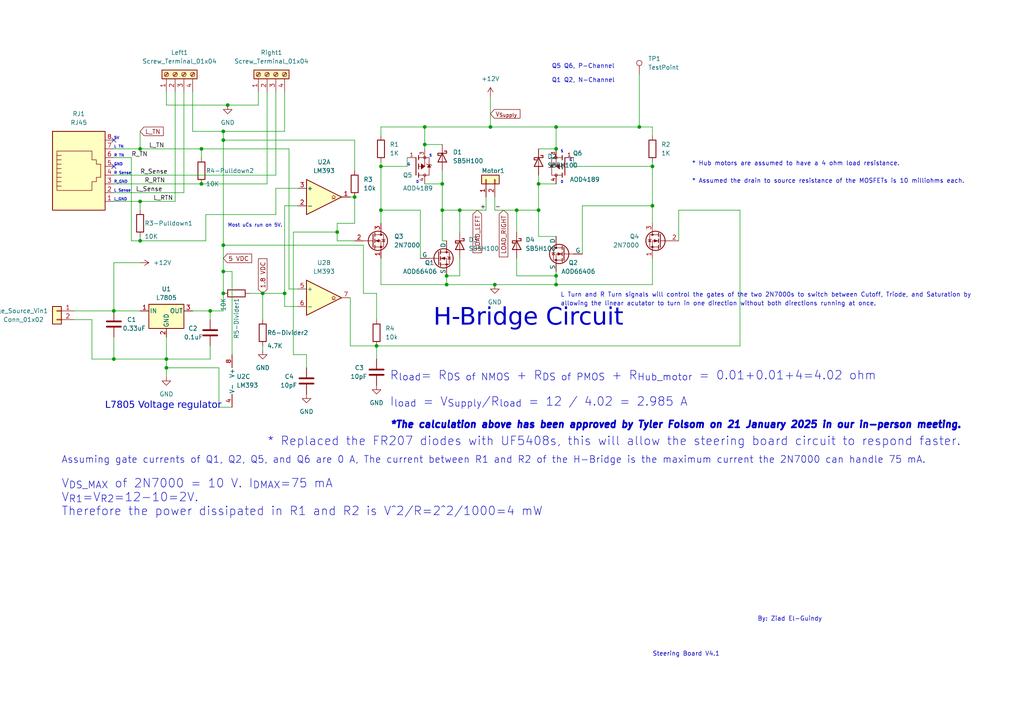
<source format=kicad_sch>
(kicad_sch (version 20230121) (generator eeschema)

  (uuid 0ad91054-3338-4ba2-bdf1-c0bdc486cf7a)

  (paper "A4")

  (title_block
    (date "2025-01-26")
    (rev "4.1-1")
  )

  (lib_symbols
    (symbol "AOD4189:AOD4189" (pin_names (offset 1.016)) (in_bom yes) (on_board yes)
      (property "Reference" "T" (at -11.43 -1.27 0)
        (effects (font (size 1.27 1.27)) (justify left bottom))
      )
      (property "Value" "AOD4189" (at -11.43 -3.81 0)
        (effects (font (size 1.27 1.27)) (justify left bottom))
      )
      (property "Footprint" "AOD4189:DPACK" (at 0 0 0)
        (effects (font (size 1.27 1.27)) (justify bottom) hide)
      )
      (property "Datasheet" "" (at 0 0 0)
        (effects (font (size 1.27 1.27)) hide)
      )
      (property "MF" "Alpha &" (at 0 0 0)
        (effects (font (size 1.27 1.27)) (justify bottom) hide)
      )
      (property "Description" "\nP-Channel 40V 40A (Tc) 2.5W (Ta), 62.5W (Tc) Surface Mount TO-252, (D-Pak)\n" (at 0 0 0)
        (effects (font (size 1.27 1.27)) (justify bottom) hide)
      )
      (property "Package" "TO-252 Alpha &amp; Omega Semiconductor" (at 0 0 0)
        (effects (font (size 1.27 1.27)) (justify bottom) hide)
      )
      (property "Price" "None" (at 0 0 0)
        (effects (font (size 1.27 1.27)) (justify bottom) hide)
      )
      (property "SnapEDA_Link" "https://www.snapeda.com/parts/AOD4189/Alpha+%2526+Omega+Semiconductor+Inc./view-part/?ref=snap" (at 0 0 0)
        (effects (font (size 1.27 1.27)) (justify bottom) hide)
      )
      (property "MP" "AOD4189" (at 0 0 0)
        (effects (font (size 1.27 1.27)) (justify bottom) hide)
      )
      (property "Availability" "In Stock" (at 0 0 0)
        (effects (font (size 1.27 1.27)) (justify bottom) hide)
      )
      (property "Check_prices" "https://www.snapeda.com/parts/AOD4189/Alpha+%2526+Omega+Semiconductor+Inc./view-part/?ref=eda" (at 0 0 0)
        (effects (font (size 1.27 1.27)) (justify bottom) hide)
      )
      (symbol "AOD4189_0_0"
        (polyline
          (pts
            (xy 0 -2.54)
            (xy 0 2.54)
          )
          (stroke (width 0.254) (type default))
          (fill (type none))
        )
        (polyline
          (pts
            (xy 0.762 -3.175)
            (xy 0.762 -2.54)
          )
          (stroke (width 0.254) (type default))
          (fill (type none))
        )
        (polyline
          (pts
            (xy 0.762 -2.54)
            (xy 0.762 -1.905)
          )
          (stroke (width 0.254) (type default))
          (fill (type none))
        )
        (polyline
          (pts
            (xy 0.762 -2.54)
            (xy 3.81 -2.54)
          )
          (stroke (width 0.1524) (type default))
          (fill (type none))
        )
        (polyline
          (pts
            (xy 0.762 -0.762)
            (xy 0.762 0)
          )
          (stroke (width 0.254) (type default))
          (fill (type none))
        )
        (polyline
          (pts
            (xy 0.762 0)
            (xy 0.762 0.762)
          )
          (stroke (width 0.254) (type default))
          (fill (type none))
        )
        (polyline
          (pts
            (xy 0.762 0)
            (xy 2.54 0)
          )
          (stroke (width 0.1524) (type default))
          (fill (type none))
        )
        (polyline
          (pts
            (xy 0.762 1.905)
            (xy 0.762 2.54)
          )
          (stroke (width 0.254) (type default))
          (fill (type none))
        )
        (polyline
          (pts
            (xy 0.762 2.54)
            (xy 0.762 3.175)
          )
          (stroke (width 0.254) (type default))
          (fill (type none))
        )
        (polyline
          (pts
            (xy 2.54 0)
            (xy 2.54 2.54)
          )
          (stroke (width 0.1524) (type default))
          (fill (type none))
        )
        (polyline
          (pts
            (xy 2.54 2.54)
            (xy 0.762 2.54)
          )
          (stroke (width 0.1524) (type default))
          (fill (type none))
        )
        (polyline
          (pts
            (xy 2.54 2.54)
            (xy 3.81 2.54)
          )
          (stroke (width 0.1524) (type default))
          (fill (type none))
        )
        (polyline
          (pts
            (xy 3.048 0.762)
            (xy 3.302 0.508)
          )
          (stroke (width 0.1524) (type default))
          (fill (type none))
        )
        (polyline
          (pts
            (xy 3.302 0.508)
            (xy 3.81 0.508)
          )
          (stroke (width 0.1524) (type default))
          (fill (type none))
        )
        (polyline
          (pts
            (xy 3.81 -2.54)
            (xy 3.81 0.508)
          )
          (stroke (width 0.1524) (type default))
          (fill (type none))
        )
        (polyline
          (pts
            (xy 3.81 0.508)
            (xy 3.81 2.54)
          )
          (stroke (width 0.1524) (type default))
          (fill (type none))
        )
        (polyline
          (pts
            (xy 3.81 0.508)
            (xy 4.318 0.508)
          )
          (stroke (width 0.1524) (type default))
          (fill (type none))
        )
        (polyline
          (pts
            (xy 4.318 0.508)
            (xy 4.572 0.254)
          )
          (stroke (width 0.1524) (type default))
          (fill (type none))
        )
        (polyline
          (pts
            (xy 2.54 0)
            (xy 1.524 0.762)
            (xy 1.524 -0.762)
            (xy 2.54 0)
          )
          (stroke (width 0.1524) (type default))
          (fill (type outline))
        )
        (polyline
          (pts
            (xy 3.81 0.508)
            (xy 4.318 -0.254)
            (xy 3.302 -0.254)
            (xy 3.81 0.508)
          )
          (stroke (width 0.1524) (type default))
          (fill (type outline))
        )
        (circle (center 2.54 -2.54) (radius 0.3592)
          (stroke (width 0) (type default))
          (fill (type none))
        )
        (circle (center 2.54 2.54) (radius 0.3592)
          (stroke (width 0) (type default))
          (fill (type none))
        )
        (pin passive line (at -2.54 2.54 0) (length 2.54)
          (name "~" (effects (font (size 1.016 1.016))))
          (number "1" (effects (font (size 1.016 1.016))))
        )
        (pin passive line (at 2.54 5.08 270) (length 2.54)
          (name "~" (effects (font (size 1.016 1.016))))
          (number "3" (effects (font (size 1.016 1.016))))
        )
        (pin passive line (at 2.54 -5.08 90) (length 2.54)
          (name "~" (effects (font (size 1.016 1.016))))
          (number "4" (effects (font (size 1.016 1.016))))
        )
      )
    )
    (symbol "Comparator:LM393" (pin_names (offset 0.127)) (in_bom yes) (on_board yes)
      (property "Reference" "U" (at 3.81 3.81 0)
        (effects (font (size 1.27 1.27)))
      )
      (property "Value" "LM393" (at 6.35 -3.81 0)
        (effects (font (size 1.27 1.27)))
      )
      (property "Footprint" "" (at 0 0 0)
        (effects (font (size 1.27 1.27)) hide)
      )
      (property "Datasheet" "http://www.ti.com/lit/ds/symlink/lm393.pdf" (at 0 0 0)
        (effects (font (size 1.27 1.27)) hide)
      )
      (property "ki_locked" "" (at 0 0 0)
        (effects (font (size 1.27 1.27)))
      )
      (property "ki_keywords" "cmp open collector" (at 0 0 0)
        (effects (font (size 1.27 1.27)) hide)
      )
      (property "ki_description" "Low-Power, Low-Offset Voltage, Dual Comparators, DIP-8/SOIC-8/TO-99-8" (at 0 0 0)
        (effects (font (size 1.27 1.27)) hide)
      )
      (property "ki_fp_filters" "SOIC*3.9x4.9mm*P1.27mm* DIP*W7.62mm* SOP*5.28x5.23mm*P1.27mm* VSSOP*3.0x3.0mm*P0.65mm* TSSOP*4.4x3mm*P0.65mm*" (at 0 0 0)
        (effects (font (size 1.27 1.27)) hide)
      )
      (symbol "LM393_1_1"
        (polyline
          (pts
            (xy -5.08 5.08)
            (xy 5.08 0)
            (xy -5.08 -5.08)
            (xy -5.08 5.08)
          )
          (stroke (width 0.254) (type default))
          (fill (type background))
        )
        (polyline
          (pts
            (xy 3.302 -0.508)
            (xy 2.794 -0.508)
            (xy 3.302 0)
            (xy 2.794 0.508)
            (xy 2.286 0)
            (xy 2.794 -0.508)
            (xy 2.286 -0.508)
          )
          (stroke (width 0.127) (type default))
          (fill (type none))
        )
        (pin open_collector line (at 7.62 0 180) (length 2.54)
          (name "~" (effects (font (size 1.27 1.27))))
          (number "1" (effects (font (size 1.27 1.27))))
        )
        (pin input line (at -7.62 -2.54 0) (length 2.54)
          (name "-" (effects (font (size 1.27 1.27))))
          (number "2" (effects (font (size 1.27 1.27))))
        )
        (pin input line (at -7.62 2.54 0) (length 2.54)
          (name "+" (effects (font (size 1.27 1.27))))
          (number "3" (effects (font (size 1.27 1.27))))
        )
      )
      (symbol "LM393_2_1"
        (polyline
          (pts
            (xy -5.08 5.08)
            (xy 5.08 0)
            (xy -5.08 -5.08)
            (xy -5.08 5.08)
          )
          (stroke (width 0.254) (type default))
          (fill (type background))
        )
        (polyline
          (pts
            (xy 3.302 -0.508)
            (xy 2.794 -0.508)
            (xy 3.302 0)
            (xy 2.794 0.508)
            (xy 2.286 0)
            (xy 2.794 -0.508)
            (xy 2.286 -0.508)
          )
          (stroke (width 0.127) (type default))
          (fill (type none))
        )
        (pin input line (at -7.62 2.54 0) (length 2.54)
          (name "+" (effects (font (size 1.27 1.27))))
          (number "5" (effects (font (size 1.27 1.27))))
        )
        (pin input line (at -7.62 -2.54 0) (length 2.54)
          (name "-" (effects (font (size 1.27 1.27))))
          (number "6" (effects (font (size 1.27 1.27))))
        )
        (pin open_collector line (at 7.62 0 180) (length 2.54)
          (name "~" (effects (font (size 1.27 1.27))))
          (number "7" (effects (font (size 1.27 1.27))))
        )
      )
      (symbol "LM393_3_1"
        (pin power_in line (at -2.54 -7.62 90) (length 3.81)
          (name "V-" (effects (font (size 1.27 1.27))))
          (number "4" (effects (font (size 1.27 1.27))))
        )
        (pin power_in line (at -2.54 7.62 270) (length 3.81)
          (name "V+" (effects (font (size 1.27 1.27))))
          (number "8" (effects (font (size 1.27 1.27))))
        )
      )
    )
    (symbol "Connector:RJ45" (pin_names (offset 1.016)) (in_bom yes) (on_board yes)
      (property "Reference" "J" (at -5.08 13.97 0)
        (effects (font (size 1.27 1.27)) (justify right))
      )
      (property "Value" "RJ45" (at 2.54 13.97 0)
        (effects (font (size 1.27 1.27)) (justify left))
      )
      (property "Footprint" "" (at 0 0.635 90)
        (effects (font (size 1.27 1.27)) hide)
      )
      (property "Datasheet" "~" (at 0 0.635 90)
        (effects (font (size 1.27 1.27)) hide)
      )
      (property "ki_keywords" "8P8C RJ socket connector" (at 0 0 0)
        (effects (font (size 1.27 1.27)) hide)
      )
      (property "ki_description" "RJ connector, 8P8C (8 positions 8 connected)" (at 0 0 0)
        (effects (font (size 1.27 1.27)) hide)
      )
      (property "ki_fp_filters" "8P8C* RJ31* RJ32* RJ33* RJ34* RJ35* RJ41* RJ45* RJ49* RJ61*" (at 0 0 0)
        (effects (font (size 1.27 1.27)) hide)
      )
      (symbol "RJ45_0_1"
        (polyline
          (pts
            (xy -5.08 4.445)
            (xy -6.35 4.445)
          )
          (stroke (width 0) (type default))
          (fill (type none))
        )
        (polyline
          (pts
            (xy -5.08 5.715)
            (xy -6.35 5.715)
          )
          (stroke (width 0) (type default))
          (fill (type none))
        )
        (polyline
          (pts
            (xy -6.35 -3.175)
            (xy -5.08 -3.175)
            (xy -5.08 -3.175)
          )
          (stroke (width 0) (type default))
          (fill (type none))
        )
        (polyline
          (pts
            (xy -6.35 -1.905)
            (xy -5.08 -1.905)
            (xy -5.08 -1.905)
          )
          (stroke (width 0) (type default))
          (fill (type none))
        )
        (polyline
          (pts
            (xy -6.35 -0.635)
            (xy -5.08 -0.635)
            (xy -5.08 -0.635)
          )
          (stroke (width 0) (type default))
          (fill (type none))
        )
        (polyline
          (pts
            (xy -6.35 0.635)
            (xy -5.08 0.635)
            (xy -5.08 0.635)
          )
          (stroke (width 0) (type default))
          (fill (type none))
        )
        (polyline
          (pts
            (xy -6.35 1.905)
            (xy -5.08 1.905)
            (xy -5.08 1.905)
          )
          (stroke (width 0) (type default))
          (fill (type none))
        )
        (polyline
          (pts
            (xy -5.08 3.175)
            (xy -6.35 3.175)
            (xy -6.35 3.175)
          )
          (stroke (width 0) (type default))
          (fill (type none))
        )
        (polyline
          (pts
            (xy -6.35 -4.445)
            (xy -6.35 6.985)
            (xy 3.81 6.985)
            (xy 3.81 4.445)
            (xy 5.08 4.445)
            (xy 5.08 3.175)
            (xy 6.35 3.175)
            (xy 6.35 -0.635)
            (xy 5.08 -0.635)
            (xy 5.08 -1.905)
            (xy 3.81 -1.905)
            (xy 3.81 -4.445)
            (xy -6.35 -4.445)
            (xy -6.35 -4.445)
          )
          (stroke (width 0) (type default))
          (fill (type none))
        )
        (rectangle (start 7.62 12.7) (end -7.62 -10.16)
          (stroke (width 0.254) (type default))
          (fill (type background))
        )
      )
      (symbol "RJ45_1_1"
        (pin passive line (at 10.16 -7.62 180) (length 2.54)
          (name "~" (effects (font (size 1.27 1.27))))
          (number "1" (effects (font (size 1.27 1.27))))
        )
        (pin passive line (at 10.16 -5.08 180) (length 2.54)
          (name "~" (effects (font (size 1.27 1.27))))
          (number "2" (effects (font (size 1.27 1.27))))
        )
        (pin passive line (at 10.16 -2.54 180) (length 2.54)
          (name "~" (effects (font (size 1.27 1.27))))
          (number "3" (effects (font (size 1.27 1.27))))
        )
        (pin passive line (at 10.16 0 180) (length 2.54)
          (name "~" (effects (font (size 1.27 1.27))))
          (number "4" (effects (font (size 1.27 1.27))))
        )
        (pin passive line (at 10.16 2.54 180) (length 2.54)
          (name "~" (effects (font (size 1.27 1.27))))
          (number "5" (effects (font (size 1.27 1.27))))
        )
        (pin passive line (at 10.16 5.08 180) (length 2.54)
          (name "~" (effects (font (size 1.27 1.27))))
          (number "6" (effects (font (size 1.27 1.27))))
        )
        (pin passive line (at 10.16 7.62 180) (length 2.54)
          (name "~" (effects (font (size 1.27 1.27))))
          (number "7" (effects (font (size 1.27 1.27))))
        )
        (pin passive line (at 10.16 10.16 180) (length 2.54)
          (name "~" (effects (font (size 1.27 1.27))))
          (number "8" (effects (font (size 1.27 1.27))))
        )
      )
    )
    (symbol "Connector:Screw_Terminal_01x04" (pin_names (offset 1.016) hide) (in_bom yes) (on_board yes)
      (property "Reference" "J" (at 0 5.08 0)
        (effects (font (size 1.27 1.27)))
      )
      (property "Value" "Screw_Terminal_01x04" (at 0 -7.62 0)
        (effects (font (size 1.27 1.27)))
      )
      (property "Footprint" "" (at 0 0 0)
        (effects (font (size 1.27 1.27)) hide)
      )
      (property "Datasheet" "~" (at 0 0 0)
        (effects (font (size 1.27 1.27)) hide)
      )
      (property "ki_keywords" "screw terminal" (at 0 0 0)
        (effects (font (size 1.27 1.27)) hide)
      )
      (property "ki_description" "Generic screw terminal, single row, 01x04, script generated (kicad-library-utils/schlib/autogen/connector/)" (at 0 0 0)
        (effects (font (size 1.27 1.27)) hide)
      )
      (property "ki_fp_filters" "TerminalBlock*:*" (at 0 0 0)
        (effects (font (size 1.27 1.27)) hide)
      )
      (symbol "Screw_Terminal_01x04_1_1"
        (rectangle (start -1.27 3.81) (end 1.27 -6.35)
          (stroke (width 0.254) (type default))
          (fill (type background))
        )
        (circle (center 0 -5.08) (radius 0.635)
          (stroke (width 0.1524) (type default))
          (fill (type none))
        )
        (circle (center 0 -2.54) (radius 0.635)
          (stroke (width 0.1524) (type default))
          (fill (type none))
        )
        (polyline
          (pts
            (xy -0.5334 -4.7498)
            (xy 0.3302 -5.588)
          )
          (stroke (width 0.1524) (type default))
          (fill (type none))
        )
        (polyline
          (pts
            (xy -0.5334 -2.2098)
            (xy 0.3302 -3.048)
          )
          (stroke (width 0.1524) (type default))
          (fill (type none))
        )
        (polyline
          (pts
            (xy -0.5334 0.3302)
            (xy 0.3302 -0.508)
          )
          (stroke (width 0.1524) (type default))
          (fill (type none))
        )
        (polyline
          (pts
            (xy -0.5334 2.8702)
            (xy 0.3302 2.032)
          )
          (stroke (width 0.1524) (type default))
          (fill (type none))
        )
        (polyline
          (pts
            (xy -0.3556 -4.572)
            (xy 0.508 -5.4102)
          )
          (stroke (width 0.1524) (type default))
          (fill (type none))
        )
        (polyline
          (pts
            (xy -0.3556 -2.032)
            (xy 0.508 -2.8702)
          )
          (stroke (width 0.1524) (type default))
          (fill (type none))
        )
        (polyline
          (pts
            (xy -0.3556 0.508)
            (xy 0.508 -0.3302)
          )
          (stroke (width 0.1524) (type default))
          (fill (type none))
        )
        (polyline
          (pts
            (xy -0.3556 3.048)
            (xy 0.508 2.2098)
          )
          (stroke (width 0.1524) (type default))
          (fill (type none))
        )
        (circle (center 0 0) (radius 0.635)
          (stroke (width 0.1524) (type default))
          (fill (type none))
        )
        (circle (center 0 2.54) (radius 0.635)
          (stroke (width 0.1524) (type default))
          (fill (type none))
        )
        (pin passive line (at -5.08 2.54 0) (length 3.81)
          (name "Pin_1" (effects (font (size 1.27 1.27))))
          (number "1" (effects (font (size 1.27 1.27))))
        )
        (pin passive line (at -5.08 0 0) (length 3.81)
          (name "Pin_2" (effects (font (size 1.27 1.27))))
          (number "2" (effects (font (size 1.27 1.27))))
        )
        (pin passive line (at -5.08 -2.54 0) (length 3.81)
          (name "Pin_3" (effects (font (size 1.27 1.27))))
          (number "3" (effects (font (size 1.27 1.27))))
        )
        (pin passive line (at -5.08 -5.08 0) (length 3.81)
          (name "Pin_4" (effects (font (size 1.27 1.27))))
          (number "4" (effects (font (size 1.27 1.27))))
        )
      )
    )
    (symbol "Connector:TestPoint" (pin_numbers hide) (pin_names (offset 0.762) hide) (in_bom yes) (on_board yes)
      (property "Reference" "TP" (at 0 6.858 0)
        (effects (font (size 1.27 1.27)))
      )
      (property "Value" "TestPoint" (at 0 5.08 0)
        (effects (font (size 1.27 1.27)))
      )
      (property "Footprint" "" (at 5.08 0 0)
        (effects (font (size 1.27 1.27)) hide)
      )
      (property "Datasheet" "~" (at 5.08 0 0)
        (effects (font (size 1.27 1.27)) hide)
      )
      (property "ki_keywords" "test point tp" (at 0 0 0)
        (effects (font (size 1.27 1.27)) hide)
      )
      (property "ki_description" "test point" (at 0 0 0)
        (effects (font (size 1.27 1.27)) hide)
      )
      (property "ki_fp_filters" "Pin* Test*" (at 0 0 0)
        (effects (font (size 1.27 1.27)) hide)
      )
      (symbol "TestPoint_0_1"
        (circle (center 0 3.302) (radius 0.762)
          (stroke (width 0) (type default))
          (fill (type none))
        )
      )
      (symbol "TestPoint_1_1"
        (pin passive line (at 0 0 90) (length 2.54)
          (name "1" (effects (font (size 1.27 1.27))))
          (number "1" (effects (font (size 1.27 1.27))))
        )
      )
    )
    (symbol "Connector_Generic:Conn_01x02" (pin_names (offset 1.016) hide) (in_bom yes) (on_board yes)
      (property "Reference" "J" (at 0 2.54 0)
        (effects (font (size 1.27 1.27)))
      )
      (property "Value" "Conn_01x02" (at 0 -5.08 0)
        (effects (font (size 1.27 1.27)))
      )
      (property "Footprint" "" (at 0 0 0)
        (effects (font (size 1.27 1.27)) hide)
      )
      (property "Datasheet" "~" (at 0 0 0)
        (effects (font (size 1.27 1.27)) hide)
      )
      (property "ki_keywords" "connector" (at 0 0 0)
        (effects (font (size 1.27 1.27)) hide)
      )
      (property "ki_description" "Generic connector, single row, 01x02, script generated (kicad-library-utils/schlib/autogen/connector/)" (at 0 0 0)
        (effects (font (size 1.27 1.27)) hide)
      )
      (property "ki_fp_filters" "Connector*:*_1x??_*" (at 0 0 0)
        (effects (font (size 1.27 1.27)) hide)
      )
      (symbol "Conn_01x02_1_1"
        (rectangle (start -1.27 -2.413) (end 0 -2.667)
          (stroke (width 0.1524) (type default))
          (fill (type none))
        )
        (rectangle (start -1.27 0.127) (end 0 -0.127)
          (stroke (width 0.1524) (type default))
          (fill (type none))
        )
        (rectangle (start -1.27 1.27) (end 1.27 -3.81)
          (stroke (width 0.254) (type default))
          (fill (type background))
        )
        (pin passive line (at -5.08 0 0) (length 3.81)
          (name "Pin_1" (effects (font (size 1.27 1.27))))
          (number "1" (effects (font (size 1.27 1.27))))
        )
        (pin passive line (at -5.08 -2.54 0) (length 3.81)
          (name "Pin_2" (effects (font (size 1.27 1.27))))
          (number "2" (effects (font (size 1.27 1.27))))
        )
      )
    )
    (symbol "DEV-15795:C" (pin_numbers hide) (pin_names (offset 0.254)) (in_bom yes) (on_board yes)
      (property "Reference" "C" (at 0.635 2.54 0)
        (effects (font (size 1.27 1.27)) (justify left))
      )
      (property "Value" "C" (at 0.635 -2.54 0)
        (effects (font (size 1.27 1.27)) (justify left))
      )
      (property "Footprint" "" (at 0.9652 -3.81 0)
        (effects (font (size 1.27 1.27)) hide)
      )
      (property "Datasheet" "~" (at 0 0 0)
        (effects (font (size 1.27 1.27)) hide)
      )
      (property "ki_keywords" "cap capacitor" (at 0 0 0)
        (effects (font (size 1.27 1.27)) hide)
      )
      (property "ki_description" "Unpolarized capacitor" (at 0 0 0)
        (effects (font (size 1.27 1.27)) hide)
      )
      (property "ki_fp_filters" "C_*" (at 0 0 0)
        (effects (font (size 1.27 1.27)) hide)
      )
      (symbol "C_0_1"
        (polyline
          (pts
            (xy -2.032 -0.762)
            (xy 2.032 -0.762)
          )
          (stroke (width 0.508) (type default))
          (fill (type none))
        )
        (polyline
          (pts
            (xy -2.032 0.762)
            (xy 2.032 0.762)
          )
          (stroke (width 0.508) (type default))
          (fill (type none))
        )
      )
      (symbol "C_1_1"
        (pin passive line (at 0 3.81 270) (length 2.794)
          (name "~" (effects (font (size 1.27 1.27))))
          (number "1" (effects (font (size 1.27 1.27))))
        )
        (pin passive line (at 0 -3.81 90) (length 2.794)
          (name "~" (effects (font (size 1.27 1.27))))
          (number "2" (effects (font (size 1.27 1.27))))
        )
      )
    )
    (symbol "DEV-15795:R" (pin_numbers hide) (pin_names (offset 0)) (in_bom yes) (on_board yes)
      (property "Reference" "R" (at 2.032 0 90)
        (effects (font (size 1.27 1.27)))
      )
      (property "Value" "R" (at 0 0 90)
        (effects (font (size 1.27 1.27)))
      )
      (property "Footprint" "" (at -1.778 0 90)
        (effects (font (size 1.27 1.27)) hide)
      )
      (property "Datasheet" "~" (at 0 0 0)
        (effects (font (size 1.27 1.27)) hide)
      )
      (property "ki_keywords" "R res resistor" (at 0 0 0)
        (effects (font (size 1.27 1.27)) hide)
      )
      (property "ki_description" "Resistor" (at 0 0 0)
        (effects (font (size 1.27 1.27)) hide)
      )
      (property "ki_fp_filters" "R_*" (at 0 0 0)
        (effects (font (size 1.27 1.27)) hide)
      )
      (symbol "R_0_1"
        (rectangle (start -1.016 -2.54) (end 1.016 2.54)
          (stroke (width 0.254) (type default))
          (fill (type none))
        )
      )
      (symbol "R_1_1"
        (pin passive line (at 0 3.81 270) (length 1.27)
          (name "~" (effects (font (size 1.27 1.27))))
          (number "1" (effects (font (size 1.27 1.27))))
        )
        (pin passive line (at 0 -3.81 90) (length 1.27)
          (name "~" (effects (font (size 1.27 1.27))))
          (number "2" (effects (font (size 1.27 1.27))))
        )
      )
    )
    (symbol "Device:R" (pin_numbers hide) (pin_names (offset 0)) (in_bom yes) (on_board yes)
      (property "Reference" "R" (at 2.032 0 90)
        (effects (font (size 1.27 1.27)))
      )
      (property "Value" "R" (at 0 0 90)
        (effects (font (size 1.27 1.27)))
      )
      (property "Footprint" "" (at -1.778 0 90)
        (effects (font (size 1.27 1.27)) hide)
      )
      (property "Datasheet" "~" (at 0 0 0)
        (effects (font (size 1.27 1.27)) hide)
      )
      (property "ki_keywords" "R res resistor" (at 0 0 0)
        (effects (font (size 1.27 1.27)) hide)
      )
      (property "ki_description" "Resistor" (at 0 0 0)
        (effects (font (size 1.27 1.27)) hide)
      )
      (property "ki_fp_filters" "R_*" (at 0 0 0)
        (effects (font (size 1.27 1.27)) hide)
      )
      (symbol "R_0_1"
        (rectangle (start -1.016 -2.54) (end 1.016 2.54)
          (stroke (width 0.254) (type default))
          (fill (type none))
        )
      )
      (symbol "R_1_1"
        (pin passive line (at 0 3.81 270) (length 1.27)
          (name "~" (effects (font (size 1.27 1.27))))
          (number "1" (effects (font (size 1.27 1.27))))
        )
        (pin passive line (at 0 -3.81 90) (length 1.27)
          (name "~" (effects (font (size 1.27 1.27))))
          (number "2" (effects (font (size 1.27 1.27))))
        )
      )
    )
    (symbol "Diode:SB5H100" (pin_numbers hide) (pin_names (offset 1.016) hide) (in_bom yes) (on_board yes)
      (property "Reference" "D" (at 0 2.54 0)
        (effects (font (size 1.27 1.27)))
      )
      (property "Value" "SB5H100" (at 0 -2.54 0)
        (effects (font (size 1.27 1.27)))
      )
      (property "Footprint" "Diode_THT:D_DO-201AD_P15.24mm_Horizontal" (at 0 -4.445 0)
        (effects (font (size 1.27 1.27)) hide)
      )
      (property "Datasheet" "https://www.vishay.com/docs/88722/sb5h90.pdf" (at 0 0 0)
        (effects (font (size 1.27 1.27)) hide)
      )
      (property "ki_keywords" "diode Schottky" (at 0 0 0)
        (effects (font (size 1.27 1.27)) hide)
      )
      (property "ki_description" "100V 5A Schottky Barrier Rectifier Diode, DO-201AD" (at 0 0 0)
        (effects (font (size 1.27 1.27)) hide)
      )
      (property "ki_fp_filters" "D*DO?201AD*" (at 0 0 0)
        (effects (font (size 1.27 1.27)) hide)
      )
      (symbol "SB5H100_0_1"
        (polyline
          (pts
            (xy 1.27 0)
            (xy -1.27 0)
          )
          (stroke (width 0) (type default))
          (fill (type none))
        )
        (polyline
          (pts
            (xy 1.27 1.27)
            (xy 1.27 -1.27)
            (xy -1.27 0)
            (xy 1.27 1.27)
          )
          (stroke (width 0.254) (type default))
          (fill (type none))
        )
        (polyline
          (pts
            (xy -1.905 0.635)
            (xy -1.905 1.27)
            (xy -1.27 1.27)
            (xy -1.27 -1.27)
            (xy -0.635 -1.27)
            (xy -0.635 -0.635)
          )
          (stroke (width 0.254) (type default))
          (fill (type none))
        )
      )
      (symbol "SB5H100_1_1"
        (pin passive line (at -3.81 0 0) (length 2.54)
          (name "K" (effects (font (size 1.27 1.27))))
          (number "1" (effects (font (size 1.27 1.27))))
        )
        (pin passive line (at 3.81 0 180) (length 2.54)
          (name "A" (effects (font (size 1.27 1.27))))
          (number "2" (effects (font (size 1.27 1.27))))
        )
      )
    )
    (symbol "Regulator_Linear:L7805" (pin_names (offset 0.254)) (in_bom yes) (on_board yes)
      (property "Reference" "U" (at -3.81 3.175 0)
        (effects (font (size 1.27 1.27)))
      )
      (property "Value" "L7805" (at 0 3.175 0)
        (effects (font (size 1.27 1.27)) (justify left))
      )
      (property "Footprint" "" (at 0.635 -3.81 0)
        (effects (font (size 1.27 1.27) italic) (justify left) hide)
      )
      (property "Datasheet" "http://www.st.com/content/ccc/resource/technical/document/datasheet/41/4f/b3/b0/12/d4/47/88/CD00000444.pdf/files/CD00000444.pdf/jcr:content/translations/en.CD00000444.pdf" (at 0 -1.27 0)
        (effects (font (size 1.27 1.27)) hide)
      )
      (property "ki_keywords" "Voltage Regulator 1.5A Positive" (at 0 0 0)
        (effects (font (size 1.27 1.27)) hide)
      )
      (property "ki_description" "Positive 1.5A 35V Linear Regulator, Fixed Output 5V, TO-220/TO-263/TO-252" (at 0 0 0)
        (effects (font (size 1.27 1.27)) hide)
      )
      (property "ki_fp_filters" "TO?252* TO?263* TO?220*" (at 0 0 0)
        (effects (font (size 1.27 1.27)) hide)
      )
      (symbol "L7805_0_1"
        (rectangle (start -5.08 1.905) (end 5.08 -5.08)
          (stroke (width 0.254) (type default))
          (fill (type background))
        )
      )
      (symbol "L7805_1_1"
        (pin power_in line (at -7.62 0 0) (length 2.54)
          (name "IN" (effects (font (size 1.27 1.27))))
          (number "1" (effects (font (size 1.27 1.27))))
        )
        (pin power_in line (at 0 -7.62 90) (length 2.54)
          (name "GND" (effects (font (size 1.27 1.27))))
          (number "2" (effects (font (size 1.27 1.27))))
        )
        (pin power_out line (at 7.62 0 180) (length 2.54)
          (name "OUT" (effects (font (size 1.27 1.27))))
          (number "3" (effects (font (size 1.27 1.27))))
        )
      )
    )
    (symbol "Simulation_SPICE:NMOS" (pin_numbers hide) (pin_names (offset 0)) (in_bom yes) (on_board yes)
      (property "Reference" "Q" (at 5.08 1.27 0)
        (effects (font (size 1.27 1.27)) (justify left))
      )
      (property "Value" "NMOS" (at 5.08 -1.27 0)
        (effects (font (size 1.27 1.27)) (justify left))
      )
      (property "Footprint" "" (at 5.08 2.54 0)
        (effects (font (size 1.27 1.27)) hide)
      )
      (property "Datasheet" "https://ngspice.sourceforge.io/docs/ngspice-manual.pdf" (at 0 -12.7 0)
        (effects (font (size 1.27 1.27)) hide)
      )
      (property "Sim.Device" "NMOS" (at 0 -17.145 0)
        (effects (font (size 1.27 1.27)) hide)
      )
      (property "Sim.Type" "VDMOS" (at 0 -19.05 0)
        (effects (font (size 1.27 1.27)) hide)
      )
      (property "Sim.Pins" "1=D 2=G 3=S" (at 0 -15.24 0)
        (effects (font (size 1.27 1.27)) hide)
      )
      (property "ki_keywords" "transistor NMOS N-MOS N-MOSFET simulation" (at 0 0 0)
        (effects (font (size 1.27 1.27)) hide)
      )
      (property "ki_description" "N-MOSFET transistor, drain/source/gate" (at 0 0 0)
        (effects (font (size 1.27 1.27)) hide)
      )
      (symbol "NMOS_0_1"
        (polyline
          (pts
            (xy 0.254 0)
            (xy -2.54 0)
          )
          (stroke (width 0) (type default))
          (fill (type none))
        )
        (polyline
          (pts
            (xy 0.254 1.905)
            (xy 0.254 -1.905)
          )
          (stroke (width 0.254) (type default))
          (fill (type none))
        )
        (polyline
          (pts
            (xy 0.762 -1.27)
            (xy 0.762 -2.286)
          )
          (stroke (width 0.254) (type default))
          (fill (type none))
        )
        (polyline
          (pts
            (xy 0.762 0.508)
            (xy 0.762 -0.508)
          )
          (stroke (width 0.254) (type default))
          (fill (type none))
        )
        (polyline
          (pts
            (xy 0.762 2.286)
            (xy 0.762 1.27)
          )
          (stroke (width 0.254) (type default))
          (fill (type none))
        )
        (polyline
          (pts
            (xy 2.54 2.54)
            (xy 2.54 1.778)
          )
          (stroke (width 0) (type default))
          (fill (type none))
        )
        (polyline
          (pts
            (xy 2.54 -2.54)
            (xy 2.54 0)
            (xy 0.762 0)
          )
          (stroke (width 0) (type default))
          (fill (type none))
        )
        (polyline
          (pts
            (xy 0.762 -1.778)
            (xy 3.302 -1.778)
            (xy 3.302 1.778)
            (xy 0.762 1.778)
          )
          (stroke (width 0) (type default))
          (fill (type none))
        )
        (polyline
          (pts
            (xy 1.016 0)
            (xy 2.032 0.381)
            (xy 2.032 -0.381)
            (xy 1.016 0)
          )
          (stroke (width 0) (type default))
          (fill (type outline))
        )
        (polyline
          (pts
            (xy 2.794 0.508)
            (xy 2.921 0.381)
            (xy 3.683 0.381)
            (xy 3.81 0.254)
          )
          (stroke (width 0) (type default))
          (fill (type none))
        )
        (polyline
          (pts
            (xy 3.302 0.381)
            (xy 2.921 -0.254)
            (xy 3.683 -0.254)
            (xy 3.302 0.381)
          )
          (stroke (width 0) (type default))
          (fill (type none))
        )
        (circle (center 1.651 0) (radius 2.794)
          (stroke (width 0.254) (type default))
          (fill (type none))
        )
        (circle (center 2.54 -1.778) (radius 0.254)
          (stroke (width 0) (type default))
          (fill (type outline))
        )
        (circle (center 2.54 1.778) (radius 0.254)
          (stroke (width 0) (type default))
          (fill (type outline))
        )
      )
      (symbol "NMOS_1_1"
        (pin passive line (at 2.54 5.08 270) (length 2.54)
          (name "D" (effects (font (size 1.27 1.27))))
          (number "1" (effects (font (size 1.27 1.27))))
        )
        (pin input line (at -5.08 0 0) (length 2.54)
          (name "G" (effects (font (size 1.27 1.27))))
          (number "2" (effects (font (size 1.27 1.27))))
        )
        (pin passive line (at 2.54 -5.08 90) (length 2.54)
          (name "S" (effects (font (size 1.27 1.27))))
          (number "3" (effects (font (size 1.27 1.27))))
        )
      )
    )
    (symbol "Transistor_FET:2N7000" (pin_names hide) (in_bom yes) (on_board yes)
      (property "Reference" "Q" (at 5.08 1.905 0)
        (effects (font (size 1.27 1.27)) (justify left))
      )
      (property "Value" "2N7000" (at 5.08 0 0)
        (effects (font (size 1.27 1.27)) (justify left))
      )
      (property "Footprint" "Package_TO_SOT_THT:TO-92_Inline" (at 5.08 -1.905 0)
        (effects (font (size 1.27 1.27) italic) (justify left) hide)
      )
      (property "Datasheet" "https://www.vishay.com/docs/70226/70226.pdf" (at 0 0 0)
        (effects (font (size 1.27 1.27)) (justify left) hide)
      )
      (property "ki_keywords" "N-Channel MOSFET Logic-Level" (at 0 0 0)
        (effects (font (size 1.27 1.27)) hide)
      )
      (property "ki_description" "0.2A Id, 200V Vds, N-Channel MOSFET, 2.6V Logic Level, TO-92" (at 0 0 0)
        (effects (font (size 1.27 1.27)) hide)
      )
      (property "ki_fp_filters" "TO?92*" (at 0 0 0)
        (effects (font (size 1.27 1.27)) hide)
      )
      (symbol "2N7000_0_1"
        (polyline
          (pts
            (xy 0.254 0)
            (xy -2.54 0)
          )
          (stroke (width 0) (type default))
          (fill (type none))
        )
        (polyline
          (pts
            (xy 0.254 1.905)
            (xy 0.254 -1.905)
          )
          (stroke (width 0.254) (type default))
          (fill (type none))
        )
        (polyline
          (pts
            (xy 0.762 -1.27)
            (xy 0.762 -2.286)
          )
          (stroke (width 0.254) (type default))
          (fill (type none))
        )
        (polyline
          (pts
            (xy 0.762 0.508)
            (xy 0.762 -0.508)
          )
          (stroke (width 0.254) (type default))
          (fill (type none))
        )
        (polyline
          (pts
            (xy 0.762 2.286)
            (xy 0.762 1.27)
          )
          (stroke (width 0.254) (type default))
          (fill (type none))
        )
        (polyline
          (pts
            (xy 2.54 2.54)
            (xy 2.54 1.778)
          )
          (stroke (width 0) (type default))
          (fill (type none))
        )
        (polyline
          (pts
            (xy 2.54 -2.54)
            (xy 2.54 0)
            (xy 0.762 0)
          )
          (stroke (width 0) (type default))
          (fill (type none))
        )
        (polyline
          (pts
            (xy 0.762 -1.778)
            (xy 3.302 -1.778)
            (xy 3.302 1.778)
            (xy 0.762 1.778)
          )
          (stroke (width 0) (type default))
          (fill (type none))
        )
        (polyline
          (pts
            (xy 1.016 0)
            (xy 2.032 0.381)
            (xy 2.032 -0.381)
            (xy 1.016 0)
          )
          (stroke (width 0) (type default))
          (fill (type outline))
        )
        (polyline
          (pts
            (xy 2.794 0.508)
            (xy 2.921 0.381)
            (xy 3.683 0.381)
            (xy 3.81 0.254)
          )
          (stroke (width 0) (type default))
          (fill (type none))
        )
        (polyline
          (pts
            (xy 3.302 0.381)
            (xy 2.921 -0.254)
            (xy 3.683 -0.254)
            (xy 3.302 0.381)
          )
          (stroke (width 0) (type default))
          (fill (type none))
        )
        (circle (center 1.651 0) (radius 2.794)
          (stroke (width 0.254) (type default))
          (fill (type none))
        )
        (circle (center 2.54 -1.778) (radius 0.254)
          (stroke (width 0) (type default))
          (fill (type outline))
        )
        (circle (center 2.54 1.778) (radius 0.254)
          (stroke (width 0) (type default))
          (fill (type outline))
        )
      )
      (symbol "2N7000_1_1"
        (pin passive line (at 2.54 -5.08 90) (length 2.54)
          (name "S" (effects (font (size 1.27 1.27))))
          (number "1" (effects (font (size 1.27 1.27))))
        )
        (pin input line (at -5.08 0 0) (length 2.54)
          (name "G" (effects (font (size 1.27 1.27))))
          (number "2" (effects (font (size 1.27 1.27))))
        )
        (pin passive line (at 2.54 5.08 270) (length 2.54)
          (name "D" (effects (font (size 1.27 1.27))))
          (number "3" (effects (font (size 1.27 1.27))))
        )
      )
    )
    (symbol "power:+12V" (power) (pin_names (offset 0)) (in_bom yes) (on_board yes)
      (property "Reference" "#PWR" (at 0 -3.81 0)
        (effects (font (size 1.27 1.27)) hide)
      )
      (property "Value" "+12V" (at 0 3.556 0)
        (effects (font (size 1.27 1.27)))
      )
      (property "Footprint" "" (at 0 0 0)
        (effects (font (size 1.27 1.27)) hide)
      )
      (property "Datasheet" "" (at 0 0 0)
        (effects (font (size 1.27 1.27)) hide)
      )
      (property "ki_keywords" "global power" (at 0 0 0)
        (effects (font (size 1.27 1.27)) hide)
      )
      (property "ki_description" "Power symbol creates a global label with name \"+12V\"" (at 0 0 0)
        (effects (font (size 1.27 1.27)) hide)
      )
      (symbol "+12V_0_1"
        (polyline
          (pts
            (xy -0.762 1.27)
            (xy 0 2.54)
          )
          (stroke (width 0) (type default))
          (fill (type none))
        )
        (polyline
          (pts
            (xy 0 0)
            (xy 0 2.54)
          )
          (stroke (width 0) (type default))
          (fill (type none))
        )
        (polyline
          (pts
            (xy 0 2.54)
            (xy 0.762 1.27)
          )
          (stroke (width 0) (type default))
          (fill (type none))
        )
      )
      (symbol "+12V_1_1"
        (pin power_in line (at 0 0 90) (length 0) hide
          (name "+12V" (effects (font (size 1.27 1.27))))
          (number "1" (effects (font (size 1.27 1.27))))
        )
      )
    )
    (symbol "power:GND" (power) (pin_names (offset 0)) (in_bom yes) (on_board yes)
      (property "Reference" "#PWR" (at 0 -6.35 0)
        (effects (font (size 1.27 1.27)) hide)
      )
      (property "Value" "GND" (at 0 -3.81 0)
        (effects (font (size 1.27 1.27)))
      )
      (property "Footprint" "" (at 0 0 0)
        (effects (font (size 1.27 1.27)) hide)
      )
      (property "Datasheet" "" (at 0 0 0)
        (effects (font (size 1.27 1.27)) hide)
      )
      (property "ki_keywords" "global power" (at 0 0 0)
        (effects (font (size 1.27 1.27)) hide)
      )
      (property "ki_description" "Power symbol creates a global label with name \"GND\" , ground" (at 0 0 0)
        (effects (font (size 1.27 1.27)) hide)
      )
      (symbol "GND_0_1"
        (polyline
          (pts
            (xy 0 0)
            (xy 0 -1.27)
            (xy 1.27 -1.27)
            (xy 0 -2.54)
            (xy -1.27 -1.27)
            (xy 0 -1.27)
          )
          (stroke (width 0) (type default))
          (fill (type none))
        )
      )
      (symbol "GND_1_1"
        (pin power_in line (at 0 0 270) (length 0) hide
          (name "GND" (effects (font (size 1.27 1.27))))
          (number "1" (effects (font (size 1.27 1.27))))
        )
      )
    )
  )

  (junction (at 64.77 78.74) (diameter 0) (color 0 0 0 0)
    (uuid 0006cab0-6baf-4713-9e1d-7f901dcbb181)
  )
  (junction (at 58.42 43.18) (diameter 0) (color 0 0 0 0)
    (uuid 113a78a3-2a3b-4723-9307-2bf5b55263c8)
  )
  (junction (at 189.23 59.69) (diameter 0) (color 0 0 0 0)
    (uuid 13298b4a-4e7d-4515-8e33-89f33b347b68)
  )
  (junction (at 149.86 60.96) (diameter 0) (color 0 0 0 0)
    (uuid 14795dbd-89f9-498d-be97-ff71916d3afd)
  )
  (junction (at 161.29 80.01) (diameter 0) (color 0 0 0 0)
    (uuid 15beb99d-b799-4794-a786-7c65088ff336)
  )
  (junction (at 143.51 82.55) (diameter 0) (color 0 0 0 0)
    (uuid 1acbb8be-0f24-4d3f-a020-901c312afc3d)
  )
  (junction (at 161.29 43.18) (diameter 0) (color 0 0 0 0)
    (uuid 1b481f45-cbc8-41ba-8fa7-1d79a45e378c)
  )
  (junction (at 189.23 48.26) (diameter 0) (color 0 0 0 0)
    (uuid 22d5976d-f5c8-47e0-9e8c-a3deebb84938)
  )
  (junction (at 76.2 85.09) (diameter 0) (color 0 0 0 0)
    (uuid 24d366cd-17c9-4480-9a5f-6ae2c1302a90)
  )
  (junction (at 128.27 53.34) (diameter 0) (color 0 0 0 0)
    (uuid 25437ee6-9ade-49ba-a083-48248781d6c5)
  )
  (junction (at 60.96 90.17) (diameter 0) (color 0 0 0 0)
    (uuid 2a600467-1305-4035-a01c-906fafb57c60)
  )
  (junction (at 58.42 53.34) (diameter 0) (color 0 0 0 0)
    (uuid 32610a02-745f-468e-aa32-012b87f3c72d)
  )
  (junction (at 123.19 41.91) (diameter 0) (color 0 0 0 0)
    (uuid 370a2b5d-c5d8-4b52-a637-02ffaa2b4ad5)
  )
  (junction (at 110.49 60.96) (diameter 0) (color 0 0 0 0)
    (uuid 3cb2c1a2-e256-49b1-bef6-95856c635466)
  )
  (junction (at 123.19 36.83) (diameter 0) (color 0 0 0 0)
    (uuid 3e773151-779b-4e70-89f0-437e383b749c)
  )
  (junction (at 64.77 40.64) (diameter 0) (color 0 0 0 0)
    (uuid 428751e1-4fce-461a-8497-2bf0399aa60f)
  )
  (junction (at 128.27 60.96) (diameter 0) (color 0 0 0 0)
    (uuid 4cab00b1-e9b5-4ec0-95ff-55bbde5d7e54)
  )
  (junction (at 102.87 57.15) (diameter 0) (color 0 0 0 0)
    (uuid 4fdd540a-0172-4482-91d3-2e06e745a105)
  )
  (junction (at 161.29 82.55) (diameter 0) (color 0 0 0 0)
    (uuid 54c7f978-ad8f-4c96-be3f-c490da2895b6)
  )
  (junction (at 156.21 60.96) (diameter 0) (color 0 0 0 0)
    (uuid 5a756a28-b877-4f6e-8b1b-3107d2e965d4)
  )
  (junction (at 129.54 80.01) (diameter 0) (color 0 0 0 0)
    (uuid 5bb7d919-6dbe-441e-891f-1e9aa7a9d4c8)
  )
  (junction (at 129.54 82.55) (diameter 0) (color 0 0 0 0)
    (uuid 72085644-eeae-4c39-8d4e-5758b8c0fecf)
  )
  (junction (at 40.64 69.85) (diameter 0) (color 0 0 0 0)
    (uuid 8a1fdccf-ca1e-4e06-90b7-6dc4a8d5468e)
  )
  (junction (at 64.77 85.09) (diameter 0) (color 0 0 0 0)
    (uuid 8e988127-282a-49f7-90b8-df474fb2cc94)
  )
  (junction (at 82.55 85.09) (diameter 0) (color 0 0 0 0)
    (uuid 8f6694bc-3312-456f-9a90-0fb588e3c60e)
  )
  (junction (at 40.64 58.42) (diameter 0) (color 0 0 0 0)
    (uuid 98257620-0baf-46b1-82c1-6d424403a010)
  )
  (junction (at 161.29 36.83) (diameter 0) (color 0 0 0 0)
    (uuid 9ec9c284-15f1-41f5-b128-db215bfc057a)
  )
  (junction (at 64.77 71.12) (diameter 0) (color 0 0 0 0)
    (uuid a794f0e5-8a26-4063-b186-f7a8eccac4b7)
  )
  (junction (at 40.64 43.18) (diameter 0) (color 0 0 0 0)
    (uuid be2799f5-a007-4567-ba09-a223fb9e140e)
  )
  (junction (at 133.35 60.96) (diameter 0) (color 0 0 0 0)
    (uuid c2f921dd-03de-44aa-827e-6eb768f2e24e)
  )
  (junction (at 110.49 48.26) (diameter 0) (color 0 0 0 0)
    (uuid c4674f67-0f6d-4b9c-b802-99a6e5baf1e1)
  )
  (junction (at 97.79 67.31) (diameter 0) (color 0 0 0 0)
    (uuid c8bea552-cae1-46f3-9a2c-e2f0e469b50c)
  )
  (junction (at 33.02 104.14) (diameter 0) (color 0 0 0 0)
    (uuid ceef6708-f441-4169-a4b7-311c3838ebed)
  )
  (junction (at 64.77 38.1) (diameter 0) (color 0 0 0 0)
    (uuid d639c766-0239-4fdc-abd7-dbc916b4c5e4)
  )
  (junction (at 48.26 106.68) (diameter 0) (color 0 0 0 0)
    (uuid dfca02a5-249b-49b0-9a25-69cb40977968)
  )
  (junction (at 142.24 36.83) (diameter 0) (color 0 0 0 0)
    (uuid e11c8f26-17e9-4679-8a1a-cdf036a501f5)
  )
  (junction (at 33.02 90.17) (diameter 0) (color 0 0 0 0)
    (uuid e1e386fd-579f-4a47-8344-12ff4b47a865)
  )
  (junction (at 48.26 104.14) (diameter 0) (color 0 0 0 0)
    (uuid eae4e582-a6ac-40b9-8030-142c4b2cb3aa)
  )
  (junction (at 66.04 30.48) (diameter 0) (color 0 0 0 0)
    (uuid ed36a3a6-e244-4f2a-9b5a-8e395f60f4ff)
  )
  (junction (at 185.42 36.83) (diameter 0) (color 0 0 0 0)
    (uuid ef80c358-e3a9-48b7-825c-47318a42efc6)
  )
  (junction (at 109.22 100.33) (diameter 0) (color 0 0 0 0)
    (uuid fd289f11-83bb-4701-af6d-001f6d200af2)
  )
  (junction (at 156.21 53.34) (diameter 0) (color 0 0 0 0)
    (uuid ffad4c4c-1b38-415e-a773-b3e160624f33)
  )

  (no_connect (at 33.02 48.26) (uuid 06a478fa-0825-482e-a688-e97ae043158e))
  (no_connect (at 33.02 40.64) (uuid 6c2dda3f-473f-4829-aed7-8d12f297dda1))

  (wire (pts (xy 40.64 43.18) (xy 58.42 43.18))
    (stroke (width 0) (type default))
    (uuid 026936db-8327-4431-997a-49745daae5e7)
  )
  (wire (pts (xy 40.64 58.42) (xy 50.8 58.42))
    (stroke (width 0) (type default))
    (uuid 02da38ab-eb88-4829-95cd-88e5f55fcf56)
  )
  (wire (pts (xy 82.55 88.9) (xy 86.36 88.9))
    (stroke (width 0) (type default))
    (uuid 03963ae5-418f-4b84-9dfb-3c2e1aa0cbcf)
  )
  (wire (pts (xy 67.31 118.11) (xy 63.5 118.11))
    (stroke (width 0) (type default))
    (uuid 08f450dc-2e70-4154-8607-b100efc967ed)
  )
  (wire (pts (xy 189.23 36.83) (xy 189.23 39.37))
    (stroke (width 0) (type default))
    (uuid 098c3570-d110-40ce-becd-999e6c0a9f6d)
  )
  (wire (pts (xy 48.26 104.14) (xy 60.96 104.14))
    (stroke (width 0) (type default))
    (uuid 0995ada4-9773-4a0a-90b0-17d2f9b8d9a4)
  )
  (wire (pts (xy 33.02 53.34) (xy 58.42 53.34))
    (stroke (width 0) (type default))
    (uuid 0d8ed8e7-bbe7-43a8-ac75-7afcb6d55f40)
  )
  (wire (pts (xy 161.29 36.83) (xy 161.29 43.18))
    (stroke (width 0) (type default))
    (uuid 1011c827-01c5-41ce-ba35-42ee8d23e013)
  )
  (wire (pts (xy 33.02 58.42) (xy 40.64 58.42))
    (stroke (width 0) (type default))
    (uuid 102552ad-f5ed-4ef2-8a66-22e8d01cdf09)
  )
  (wire (pts (xy 26.67 92.71) (xy 26.67 104.14))
    (stroke (width 0) (type default))
    (uuid 102ff0be-d6f1-44d8-8ad6-b3392c8e8359)
  )
  (wire (pts (xy 189.23 82.55) (xy 161.29 82.55))
    (stroke (width 0) (type default))
    (uuid 10e1892e-6222-4961-ad90-e424a13aea61)
  )
  (wire (pts (xy 86.36 59.69) (xy 82.55 59.69))
    (stroke (width 0) (type default))
    (uuid 10f96d4e-1769-4495-8813-c9bc95ee3c04)
  )
  (wire (pts (xy 21.59 92.71) (xy 26.67 92.71))
    (stroke (width 0) (type default))
    (uuid 13c4e1b7-7259-4c5a-b6e7-fc055e405129)
  )
  (wire (pts (xy 33.02 45.72) (xy 38.1 45.72))
    (stroke (width 0) (type default))
    (uuid 16f81294-cc05-438c-b299-bcf39362ca45)
  )
  (wire (pts (xy 97.79 64.77) (xy 102.87 64.77))
    (stroke (width 0) (type default))
    (uuid 1832b3c7-01a5-4fc6-b916-61a35e77890b)
  )
  (wire (pts (xy 110.49 48.26) (xy 118.11 48.26))
    (stroke (width 0) (type default))
    (uuid 1ccfb1c5-16f6-4283-995d-8702017905e3)
  )
  (wire (pts (xy 133.35 60.96) (xy 140.97 60.96))
    (stroke (width 0) (type default))
    (uuid 1e173eb6-504c-461c-b8d8-36037e261d3a)
  )
  (wire (pts (xy 123.19 41.91) (xy 128.27 41.91))
    (stroke (width 0) (type default))
    (uuid 1f342845-c6ab-405b-8f58-a9c9126bfe5f)
  )
  (wire (pts (xy 80.01 50.8) (xy 33.02 50.8))
    (stroke (width 0) (type default))
    (uuid 204e5e2d-a646-4031-8dbb-6535498ea125)
  )
  (wire (pts (xy 196.85 60.96) (xy 196.85 69.85))
    (stroke (width 0) (type default))
    (uuid 21babdb2-5f6f-48c8-affd-4fc6afb9db0a)
  )
  (wire (pts (xy 26.67 104.14) (xy 33.02 104.14))
    (stroke (width 0) (type default))
    (uuid 225d8b72-455b-4318-9512-2cdf8d88def6)
  )
  (wire (pts (xy 74.93 30.48) (xy 66.04 30.48))
    (stroke (width 0) (type default))
    (uuid 245077fb-2862-4245-ae65-91b81c71f15d)
  )
  (wire (pts (xy 133.35 60.96) (xy 133.35 67.31))
    (stroke (width 0) (type default))
    (uuid 2551e6bd-48eb-4db2-a81d-31cc43d2681e)
  )
  (wire (pts (xy 110.49 48.26) (xy 110.49 60.96))
    (stroke (width 0) (type default))
    (uuid 2565fe4c-f915-4735-a7ec-7488f07c0821)
  )
  (wire (pts (xy 109.22 104.14) (xy 109.22 100.33))
    (stroke (width 0) (type default))
    (uuid 26788096-3fc8-4b9a-8e05-c39f1797395c)
  )
  (wire (pts (xy 64.77 71.12) (xy 64.77 78.74))
    (stroke (width 0) (type default))
    (uuid 26ff8324-f304-4f75-9e60-94575a5762fc)
  )
  (wire (pts (xy 97.79 67.31) (xy 85.09 67.31))
    (stroke (width 0) (type default))
    (uuid 27e5dccf-e1a7-4478-9da3-0620a9580ca0)
  )
  (wire (pts (xy 129.54 80.01) (xy 129.54 82.55))
    (stroke (width 0) (type default))
    (uuid 2a71b6ce-d6dd-4827-b9c3-2d5cbeafbe58)
  )
  (wire (pts (xy 55.88 90.17) (xy 60.96 90.17))
    (stroke (width 0) (type default))
    (uuid 2aaa4d53-6ddd-412b-8ce9-deb7e180108f)
  )
  (wire (pts (xy 168.91 59.69) (xy 189.23 59.69))
    (stroke (width 0) (type default))
    (uuid 2b2c4793-218d-4ac4-99d1-4f30ab3a7f5b)
  )
  (wire (pts (xy 143.51 82.55) (xy 161.29 82.55))
    (stroke (width 0) (type default))
    (uuid 2b48af3f-6eb7-4fc2-a92b-223f173fc10c)
  )
  (wire (pts (xy 166.37 48.26) (xy 166.37 45.72))
    (stroke (width 0) (type default))
    (uuid 2b51fb80-3606-4ae4-940a-7b3823ba811f)
  )
  (wire (pts (xy 48.26 106.68) (xy 48.26 109.22))
    (stroke (width 0) (type default))
    (uuid 2e12c03a-2a65-4768-83b0-55d92d7de827)
  )
  (wire (pts (xy 67.31 102.87) (xy 67.31 78.74))
    (stroke (width 0) (type default))
    (uuid 30432b70-b921-4896-9240-ae93c22e6913)
  )
  (wire (pts (xy 59.69 62.23) (xy 59.69 69.85))
    (stroke (width 0) (type default))
    (uuid 35cf63b3-99f3-4f30-b011-f149fad7f249)
  )
  (wire (pts (xy 33.02 97.79) (xy 33.02 104.14))
    (stroke (width 0) (type default))
    (uuid 36109dc6-775c-4d7c-b89a-24776baa907f)
  )
  (wire (pts (xy 33.02 76.2) (xy 40.64 76.2))
    (stroke (width 0) (type default))
    (uuid 3837ca00-de88-4c9b-9332-88031c2a618a)
  )
  (wire (pts (xy 110.49 74.93) (xy 110.49 82.55))
    (stroke (width 0) (type default))
    (uuid 383d6aa2-3d57-475d-8c2a-77115224ed41)
  )
  (wire (pts (xy 156.21 53.34) (xy 156.21 60.96))
    (stroke (width 0) (type default))
    (uuid 3b644fdb-1ace-4519-bc00-d3bbafc8104d)
  )
  (wire (pts (xy 105.41 85.09) (xy 105.41 71.12))
    (stroke (width 0) (type default))
    (uuid 3dbf370e-6788-4c6a-8141-61c9d93220bf)
  )
  (wire (pts (xy 189.23 74.93) (xy 189.23 82.55))
    (stroke (width 0) (type default))
    (uuid 3e707be8-e54a-4b22-8857-e6c649788113)
  )
  (wire (pts (xy 156.21 68.58) (xy 161.29 68.58))
    (stroke (width 0) (type default))
    (uuid 417a357a-741d-4afa-be2d-6427f598b13a)
  )
  (wire (pts (xy 55.88 38.1) (xy 64.77 38.1))
    (stroke (width 0) (type default))
    (uuid 41ece058-fc4b-47b3-99dd-5b261b8fc001)
  )
  (wire (pts (xy 102.87 40.64) (xy 64.77 40.64))
    (stroke (width 0) (type default))
    (uuid 424b7120-2757-42d2-9200-c868fa3f1f94)
  )
  (wire (pts (xy 67.31 78.74) (xy 64.77 78.74))
    (stroke (width 0) (type default))
    (uuid 42860331-9b02-4aad-a46f-910057f962cb)
  )
  (wire (pts (xy 63.5 118.11) (xy 63.5 106.68))
    (stroke (width 0) (type default))
    (uuid 44d2dc8f-8d6d-4297-bd73-89526ca01cd8)
  )
  (wire (pts (xy 77.47 26.67) (xy 77.47 53.34))
    (stroke (width 0) (type default))
    (uuid 4a3c9236-d326-47d7-b875-008ac4c35875)
  )
  (wire (pts (xy 72.39 85.09) (xy 76.2 85.09))
    (stroke (width 0) (type default))
    (uuid 4b2be71b-b747-4855-b9b2-246ce1149b76)
  )
  (wire (pts (xy 40.64 60.96) (xy 40.64 58.42))
    (stroke (width 0) (type default))
    (uuid 4c82a627-04e5-4e4d-a870-57d7e353ba8f)
  )
  (wire (pts (xy 64.77 85.09) (xy 64.77 90.17))
    (stroke (width 0) (type default))
    (uuid 4d76eb20-c9d1-45fd-a880-eb6fa805d2df)
  )
  (wire (pts (xy 123.19 41.91) (xy 123.19 43.18))
    (stroke (width 0) (type default))
    (uuid 4eff5474-6ecf-4381-b013-afadd549c163)
  )
  (wire (pts (xy 33.02 43.18) (xy 40.64 43.18))
    (stroke (width 0) (type default))
    (uuid 50ebf6ea-b53f-486d-a356-fb9a00096118)
  )
  (wire (pts (xy 110.49 36.83) (xy 123.19 36.83))
    (stroke (width 0) (type default))
    (uuid 54e0f242-dc96-4a3b-aaa1-365f982033df)
  )
  (wire (pts (xy 121.92 60.96) (xy 121.92 74.93))
    (stroke (width 0) (type default))
    (uuid 55162956-319c-4cb0-aed8-3858466d0cf6)
  )
  (wire (pts (xy 53.34 55.88) (xy 33.02 55.88))
    (stroke (width 0) (type default))
    (uuid 5517767c-843e-4872-bb25-95e68a9499a7)
  )
  (wire (pts (xy 128.27 53.34) (xy 128.27 60.96))
    (stroke (width 0) (type default))
    (uuid 55d93224-b9a8-47e0-9b21-9fe6b9609d68)
  )
  (wire (pts (xy 53.34 26.67) (xy 53.34 55.88))
    (stroke (width 0) (type default))
    (uuid 573162c0-0687-41f5-bce4-2c94c5450547)
  )
  (wire (pts (xy 80.01 62.23) (xy 59.69 62.23))
    (stroke (width 0) (type default))
    (uuid 5c17551a-1035-4e86-ba8a-d6b92528b25a)
  )
  (wire (pts (xy 64.77 78.74) (xy 64.77 85.09))
    (stroke (width 0) (type default))
    (uuid 5dd49f66-77b7-4039-a917-571d00ca53da)
  )
  (wire (pts (xy 123.19 53.34) (xy 128.27 53.34))
    (stroke (width 0) (type default))
    (uuid 606c3f0e-b9b5-4258-b849-d035ee15240d)
  )
  (wire (pts (xy 105.41 71.12) (xy 64.77 71.12))
    (stroke (width 0) (type default))
    (uuid 62e93b2e-5f66-43f5-a754-70b22cc21c45)
  )
  (wire (pts (xy 189.23 59.69) (xy 189.23 64.77))
    (stroke (width 0) (type default))
    (uuid 636c282f-9808-4439-87ad-46794d01baa8)
  )
  (wire (pts (xy 161.29 36.83) (xy 185.42 36.83))
    (stroke (width 0) (type default))
    (uuid 6430e040-e682-46cf-b713-0d94dd1375e2)
  )
  (wire (pts (xy 76.2 100.33) (xy 76.2 101.6))
    (stroke (width 0) (type default))
    (uuid 68db13de-7523-40a6-b0bb-fb5c638c5106)
  )
  (wire (pts (xy 161.29 80.01) (xy 161.29 82.55))
    (stroke (width 0) (type default))
    (uuid 69732222-d9a7-48d9-94ec-199f02bb6cc2)
  )
  (wire (pts (xy 189.23 46.99) (xy 189.23 48.26))
    (stroke (width 0) (type default))
    (uuid 6b0e1e84-54f6-44cd-85b0-8c751e375b97)
  )
  (wire (pts (xy 48.26 104.14) (xy 48.26 106.68))
    (stroke (width 0) (type default))
    (uuid 6c564c13-12b2-46e7-ba8f-57a3e41a25a6)
  )
  (wire (pts (xy 64.77 38.1) (xy 82.55 38.1))
    (stroke (width 0) (type default))
    (uuid 6f33dbaa-ba4c-402f-a180-5c87b803820c)
  )
  (wire (pts (xy 149.86 60.96) (xy 156.21 60.96))
    (stroke (width 0) (type default))
    (uuid 7131cc9f-2f03-4580-aea7-642b2158aa47)
  )
  (wire (pts (xy 133.35 80.01) (xy 129.54 80.01))
    (stroke (width 0) (type default))
    (uuid 71a7b2b6-7e23-4cdd-8458-54e6bf6b4e9b)
  )
  (wire (pts (xy 168.91 73.66) (xy 168.91 59.69))
    (stroke (width 0) (type default))
    (uuid 71fd617a-7cbb-49a0-8f05-c17cf7f1fbf1)
  )
  (wire (pts (xy 101.6 100.33) (xy 109.22 100.33))
    (stroke (width 0) (type default))
    (uuid 748b23af-e36c-4f12-914f-83dae619d809)
  )
  (wire (pts (xy 33.02 104.14) (xy 48.26 104.14))
    (stroke (width 0) (type default))
    (uuid 75b8736f-d9e2-423b-9000-dcfcf825b32e)
  )
  (wire (pts (xy 55.88 26.67) (xy 55.88 38.1))
    (stroke (width 0) (type default))
    (uuid 76b4938f-50b4-4da2-aa9e-760ca27f1e76)
  )
  (wire (pts (xy 40.64 68.58) (xy 40.64 69.85))
    (stroke (width 0) (type default))
    (uuid 774581c5-0a10-4246-b4bc-9fcd4af4834c)
  )
  (wire (pts (xy 185.42 21.59) (xy 185.42 36.83))
    (stroke (width 0) (type default))
    (uuid 7d2e5ec9-bd9f-41e8-9457-99244e5318e3)
  )
  (wire (pts (xy 97.79 64.77) (xy 97.79 67.31))
    (stroke (width 0) (type default))
    (uuid 7d3aa4d9-2964-4e26-802e-25aed5e7ecd1)
  )
  (wire (pts (xy 189.23 48.26) (xy 189.23 59.69))
    (stroke (width 0) (type default))
    (uuid 7e24b0c7-e819-4af4-8435-10a7f8565108)
  )
  (wire (pts (xy 110.49 46.99) (xy 110.49 48.26))
    (stroke (width 0) (type default))
    (uuid 824b0120-b287-4ffb-8dfa-869f61d0f372)
  )
  (wire (pts (xy 156.21 60.96) (xy 156.21 68.58))
    (stroke (width 0) (type default))
    (uuid 84515143-35b4-41df-b433-13b54f025295)
  )
  (wire (pts (xy 33.02 90.17) (xy 33.02 76.2))
    (stroke (width 0) (type default))
    (uuid 880c716b-728d-4cdb-9cd5-35b733638962)
  )
  (wire (pts (xy 48.26 30.48) (xy 66.04 30.48))
    (stroke (width 0) (type default))
    (uuid 88740815-d941-4b43-8a70-7d5c085f3cc6)
  )
  (wire (pts (xy 82.55 38.1) (xy 82.55 26.67))
    (stroke (width 0) (type default))
    (uuid 88fd1cee-fb34-434c-8b35-92119cb4143e)
  )
  (wire (pts (xy 64.77 40.64) (xy 64.77 71.12))
    (stroke (width 0) (type default))
    (uuid 8a030c74-d8a5-421f-a7bd-70969de20c0e)
  )
  (wire (pts (xy 129.54 82.55) (xy 143.51 82.55))
    (stroke (width 0) (type default))
    (uuid 8bf8c551-fc89-47fa-ba50-2d943f48e4d9)
  )
  (wire (pts (xy 185.42 36.83) (xy 189.23 36.83))
    (stroke (width 0) (type default))
    (uuid 8c14d66a-e007-4fea-adeb-83887523181d)
  )
  (wire (pts (xy 156.21 43.18) (xy 161.29 43.18))
    (stroke (width 0) (type default))
    (uuid 8f16703a-7cd7-479e-a45f-da4495cd56df)
  )
  (wire (pts (xy 109.22 85.09) (xy 105.41 85.09))
    (stroke (width 0) (type default))
    (uuid 8f766bc5-58cf-4267-8644-06ef0439e7ad)
  )
  (wire (pts (xy 76.2 85.09) (xy 82.55 85.09))
    (stroke (width 0) (type default))
    (uuid 8f7b948d-fdfb-4712-a8f9-b86adbdf8233)
  )
  (wire (pts (xy 60.96 92.71) (xy 60.96 90.17))
    (stroke (width 0) (type default))
    (uuid 8ff2ac40-06dd-44ef-be5a-1e9e4ece7f82)
  )
  (wire (pts (xy 214.63 60.96) (xy 214.63 100.33))
    (stroke (width 0) (type default))
    (uuid 938c8973-6f37-41e2-8004-bee2cd3f043a)
  )
  (wire (pts (xy 82.55 85.09) (xy 82.55 88.9))
    (stroke (width 0) (type default))
    (uuid 9775ff8a-ab4a-4ab0-b691-8b60982996d6)
  )
  (wire (pts (xy 85.09 67.31) (xy 85.09 102.87))
    (stroke (width 0) (type default))
    (uuid 9c6b4b56-bc03-4bea-b9a7-89efcb3f179f)
  )
  (wire (pts (xy 48.26 104.14) (xy 48.26 97.79))
    (stroke (width 0) (type default))
    (uuid 9f0ae370-eb77-4855-815d-97dfd390ea4e)
  )
  (wire (pts (xy 102.87 49.53) (xy 102.87 40.64))
    (stroke (width 0) (type default))
    (uuid 9f39a920-3fd9-4b4a-b3b3-3902dcf83d86)
  )
  (wire (pts (xy 128.27 49.53) (xy 128.27 53.34))
    (stroke (width 0) (type default))
    (uuid a2356afb-6e1b-4681-be44-034e209064cb)
  )
  (wire (pts (xy 133.35 74.93) (xy 133.35 80.01))
    (stroke (width 0) (type default))
    (uuid a4b2965c-91e7-40e0-8390-bfaaf5f68021)
  )
  (wire (pts (xy 97.79 69.85) (xy 102.87 69.85))
    (stroke (width 0) (type default))
    (uuid a4cc49e2-511c-47d3-b444-84b3efadea88)
  )
  (wire (pts (xy 82.55 59.69) (xy 82.55 85.09))
    (stroke (width 0) (type default))
    (uuid a568cca3-de0f-4d50-b298-3f110de6b2b6)
  )
  (wire (pts (xy 166.37 48.26) (xy 189.23 48.26))
    (stroke (width 0) (type default))
    (uuid a56aff81-bfea-4808-b5a2-fd405aceaa3d)
  )
  (wire (pts (xy 86.36 83.82) (xy 83.82 83.82))
    (stroke (width 0) (type default))
    (uuid a6a22bd1-0746-4559-b8a0-adb44770cc57)
  )
  (wire (pts (xy 129.54 69.85) (xy 128.27 69.85))
    (stroke (width 0) (type default))
    (uuid a854d848-75f7-48be-be0a-3e4a059bf0ff)
  )
  (wire (pts (xy 38.1 69.85) (xy 40.64 69.85))
    (stroke (width 0) (type default))
    (uuid a9a2cb45-1af6-4308-a55b-b0f1cc2ead10)
  )
  (wire (pts (xy 102.87 57.15) (xy 102.87 64.77))
    (stroke (width 0) (type default))
    (uuid af90d551-6530-43a5-ba5b-906d80d0ff57)
  )
  (wire (pts (xy 123.19 36.83) (xy 142.24 36.83))
    (stroke (width 0) (type default))
    (uuid b7dea0f0-b6c2-443e-9949-98a3ae48d4bb)
  )
  (wire (pts (xy 38.1 45.72) (xy 38.1 69.85))
    (stroke (width 0) (type default))
    (uuid b87519c9-c6e4-4a4d-a1ec-5822c8ae005e)
  )
  (wire (pts (xy 88.9 102.87) (xy 88.9 106.68))
    (stroke (width 0) (type default))
    (uuid bb982606-7c9a-4d7b-b5a9-bf345fba5478)
  )
  (wire (pts (xy 128.27 60.96) (xy 133.35 60.96))
    (stroke (width 0) (type default))
    (uuid bc330f79-721d-43b2-a980-da82bce8add9)
  )
  (wire (pts (xy 80.01 26.67) (xy 80.01 50.8))
    (stroke (width 0) (type default))
    (uuid bd65e556-8882-4a7f-b22e-4c598d13f5dd)
  )
  (wire (pts (xy 143.51 57.15) (xy 143.51 60.96))
    (stroke (width 0) (type default))
    (uuid be02dcc2-85e7-49bb-b627-193a196f98de)
  )
  (wire (pts (xy 214.63 60.96) (xy 196.85 60.96))
    (stroke (width 0) (type default))
    (uuid c0fb48e7-f396-45f1-a5da-4cdd627630ec)
  )
  (wire (pts (xy 110.49 82.55) (xy 129.54 82.55))
    (stroke (width 0) (type default))
    (uuid c1d04d96-1e9c-4544-a743-10e9ac290a46)
  )
  (wire (pts (xy 101.6 86.36) (xy 101.6 100.33))
    (stroke (width 0) (type default))
    (uuid c57a0502-2178-4eb1-8317-ce54ebed478c)
  )
  (wire (pts (xy 58.42 53.34) (xy 77.47 53.34))
    (stroke (width 0) (type default))
    (uuid c5ed3301-4c7e-4acc-a1a8-f7bc2e295307)
  )
  (wire (pts (xy 50.8 58.42) (xy 50.8 26.67))
    (stroke (width 0) (type default))
    (uuid c81a9759-a44a-4e32-a562-224cfbdf772b)
  )
  (wire (pts (xy 149.86 60.96) (xy 149.86 67.31))
    (stroke (width 0) (type default))
    (uuid ccd0a032-2b7a-4848-8705-69a00c1ad25c)
  )
  (wire (pts (xy 86.36 54.61) (xy 80.01 54.61))
    (stroke (width 0) (type default))
    (uuid ccdc77fe-2fe7-4cfb-97c2-5b797fe0f22a)
  )
  (wire (pts (xy 109.22 92.71) (xy 109.22 85.09))
    (stroke (width 0) (type default))
    (uuid cd743a50-f44c-4eef-b93e-b10c244b3dea)
  )
  (wire (pts (xy 109.22 100.33) (xy 214.63 100.33))
    (stroke (width 0) (type default))
    (uuid d7404652-251e-4657-813d-77032dd5d589)
  )
  (wire (pts (xy 156.21 50.8) (xy 156.21 53.34))
    (stroke (width 0) (type default))
    (uuid d7ce6382-7106-4e27-a888-6dda13236d34)
  )
  (wire (pts (xy 76.2 85.09) (xy 76.2 92.71))
    (stroke (width 0) (type default))
    (uuid d8be5ad9-095b-4442-bf30-a17c74fd3791)
  )
  (wire (pts (xy 161.29 53.34) (xy 156.21 53.34))
    (stroke (width 0) (type default))
    (uuid d9745ecd-f477-4f52-8611-aac16a1f7e69)
  )
  (wire (pts (xy 58.42 43.18) (xy 83.82 43.18))
    (stroke (width 0) (type default))
    (uuid da028106-e4d0-4105-a1ac-ec90b180d7c1)
  )
  (wire (pts (xy 58.42 43.18) (xy 58.42 45.72))
    (stroke (width 0) (type default))
    (uuid da04ca1f-620a-4b2c-9593-9a4fe53c6916)
  )
  (wire (pts (xy 110.49 60.96) (xy 121.92 60.96))
    (stroke (width 0) (type default))
    (uuid dc0bf2b4-1aa1-4381-8178-fb95d9a2ba42)
  )
  (wire (pts (xy 97.79 67.31) (xy 97.79 69.85))
    (stroke (width 0) (type default))
    (uuid dc7bc4e5-c3d2-41eb-b530-8add3aa1eccd)
  )
  (wire (pts (xy 101.6 57.15) (xy 102.87 57.15))
    (stroke (width 0) (type default))
    (uuid de24f7fa-1956-4ee4-b387-0137591b8761)
  )
  (wire (pts (xy 83.82 43.18) (xy 83.82 83.82))
    (stroke (width 0) (type default))
    (uuid de2c31c5-979d-4506-8425-d336aedb7831)
  )
  (wire (pts (xy 143.51 60.96) (xy 149.86 60.96))
    (stroke (width 0) (type default))
    (uuid dee536b5-e0bb-4b1e-addf-c34f46932695)
  )
  (wire (pts (xy 64.77 38.1) (xy 64.77 40.64))
    (stroke (width 0) (type default))
    (uuid e3ebf22d-b109-4c07-8d5e-fa616038576d)
  )
  (wire (pts (xy 21.59 90.17) (xy 33.02 90.17))
    (stroke (width 0) (type default))
    (uuid e4540a57-4af3-4f05-8a5c-4ffc3d96d450)
  )
  (wire (pts (xy 40.64 38.1) (xy 40.64 43.18))
    (stroke (width 0) (type default))
    (uuid e6228228-9256-4054-8578-b6c0af569dee)
  )
  (wire (pts (xy 40.64 69.85) (xy 59.69 69.85))
    (stroke (width 0) (type default))
    (uuid e9dcac83-8e18-4c2f-acec-5b273d1d23ad)
  )
  (wire (pts (xy 142.24 36.83) (xy 161.29 36.83))
    (stroke (width 0) (type default))
    (uuid ea0672d4-cdca-400b-bf61-9c5e1a5d38e2)
  )
  (wire (pts (xy 85.09 102.87) (xy 88.9 102.87))
    (stroke (width 0) (type default))
    (uuid eb7f941d-b13f-4e1a-8ed7-e763fc9763e1)
  )
  (wire (pts (xy 161.29 78.74) (xy 161.29 80.01))
    (stroke (width 0) (type default))
    (uuid ebaf2d03-d37b-42a9-87f1-14543981f5eb)
  )
  (wire (pts (xy 33.02 90.17) (xy 40.64 90.17))
    (stroke (width 0) (type default))
    (uuid edb22446-e124-484c-8c35-d041057fd9c8)
  )
  (wire (pts (xy 140.97 57.15) (xy 140.97 60.96))
    (stroke (width 0) (type default))
    (uuid eeb00d32-73a9-4636-9464-9a0c981a82c1)
  )
  (wire (pts (xy 48.26 26.67) (xy 48.26 30.48))
    (stroke (width 0) (type default))
    (uuid ef4fd1d9-5e24-4424-ae24-3ebd5d0c5311)
  )
  (wire (pts (xy 80.01 54.61) (xy 80.01 62.23))
    (stroke (width 0) (type default))
    (uuid f2fc43d5-4680-41b5-9e84-53473cf5e0da)
  )
  (wire (pts (xy 60.96 100.33) (xy 60.96 104.14))
    (stroke (width 0) (type default))
    (uuid f31da317-107d-41dd-9ba4-015609073478)
  )
  (wire (pts (xy 149.86 80.01) (xy 161.29 80.01))
    (stroke (width 0) (type default))
    (uuid f36571ab-9742-408b-97e3-151a53765803)
  )
  (wire (pts (xy 118.11 48.26) (xy 118.11 45.72))
    (stroke (width 0) (type default))
    (uuid f5bfcc85-abb6-4181-9e3e-646484b69abd)
  )
  (wire (pts (xy 60.96 90.17) (xy 64.77 90.17))
    (stroke (width 0) (type default))
    (uuid f6063d18-535a-413d-bf99-6dd27de4bf45)
  )
  (wire (pts (xy 63.5 106.68) (xy 48.26 106.68))
    (stroke (width 0) (type default))
    (uuid f8952047-7c86-43ab-adf3-d8432fdf46ee)
  )
  (wire (pts (xy 74.93 26.67) (xy 74.93 30.48))
    (stroke (width 0) (type default))
    (uuid f8bc4e89-c586-4d5f-a41c-b92cc0181b5b)
  )
  (wire (pts (xy 149.86 74.93) (xy 149.86 80.01))
    (stroke (width 0) (type default))
    (uuid f9d63a29-1760-443d-8e27-ae438fba1f32)
  )
  (wire (pts (xy 110.49 36.83) (xy 110.49 39.37))
    (stroke (width 0) (type default))
    (uuid fb19b2aa-64af-4481-94d2-09af7aa663d4)
  )
  (wire (pts (xy 123.19 36.83) (xy 123.19 41.91))
    (stroke (width 0) (type default))
    (uuid fc1c7411-6cc3-4378-8d42-4f15257dc5ef)
  )
  (wire (pts (xy 110.49 60.96) (xy 110.49 64.77))
    (stroke (width 0) (type default))
    (uuid fc27e196-5e0a-470b-ac31-2dd29a4a5893)
  )
  (wire (pts (xy 128.27 60.96) (xy 128.27 69.85))
    (stroke (width 0) (type default))
    (uuid fd30260b-c2af-47e4-9578-573bcf26266a)
  )
  (wire (pts (xy 142.24 27.94) (xy 142.24 36.83))
    (stroke (width 0) (type default))
    (uuid fe904a0e-6608-4b5a-8c0c-9a1432fa7d5b)
  )

  (text "R Sense\n" (at 33.02 50.8 0)
    (effects (font (size 0.8 0.8)) (justify left bottom))
    (uuid 01f83856-564b-4751-96a3-172c763a1427)
  )
  (text "D" (at 120.65 53.34 0)
    (effects (font (size 0.7 0.7)) (justify left bottom))
    (uuid 02d47ade-196e-44f3-90a7-522942e42b97)
  )
  (text "R TN\n" (at 33.02 45.72 0)
    (effects (font (size 0.8 0.8)) (justify left bottom))
    (uuid 091450c6-447d-497f-9943-ea5642c0f3ab)
  )
  (text "GND" (at 33.02 48.26 0)
    (effects (font (size 0.8 0.8)) (justify left bottom))
    (uuid 0bf7f7ab-6e60-4146-8961-bef8798af88c)
  )
  (text "V_{DS_MAX} of 2N7000 = 10 V. I_{D_{MAX}}=75 mA\nV_{R_{1}}=V_{R_{2}}=12-10=2V.\nTherefore the power dissipated in R1 and R2 is V^2/R=2^2/1000=4 mW\n"
    (at 17.78 149.86 0)
    (effects (font (size 2.5 2.5)) (justify left bottom))
    (uuid 0c3a3f91-556d-4cbf-95af-807027da4e5d)
  )
  (text "G" (at 165.1 46.99 0)
    (effects (font (size 0.7 0.7)) (justify left bottom))
    (uuid 1aa210a6-f185-435a-a48a-14ee52c19fd7)
  )
  (text "Steering Board V4.1\n" (at 189.23 190.5 0)
    (effects (font (size 1.27 1.27)) (justify left bottom))
    (uuid 2059240e-b516-4572-9ee3-82e423db1db3)
  )
  (text "R_{load}= R_{DS of NMOS} + R_{DS of PMOS} + R_{Hub_motor} = 0.01+0.01+4=4.02 ohm"
    (at 113.03 110.49 0)
    (effects (font (size 2.5 2.5)) (justify left bottom))
    (uuid 205ee14b-72a6-4609-8480-861589e4d495)
  )
  (text "* Assumed the drain to source resistance of the MOSFETs is 10 milliohms each."
    (at 200.66 53.34 0)
    (effects (font (size 1.27 1.27)) (justify left bottom))
    (uuid 2a0b2464-6a3f-409b-b24c-acf472e407ab)
  )
  (text "I_{load} = V_{Supply}/R_{load} = 12 / 4.02 = 2.985 A"
    (at 113.03 118.11 0)
    (effects (font (size 2.5 2.5)) (justify left bottom))
    (uuid 3ab2807d-7407-43fd-b671-d9f34f71ccfe)
  )
  (text "Assuming gate currents of Q1, Q2, Q5, and Q6 are 0 A, The current between R1 and R2 of the H-Bridge is the maximum current the 2N7000 can handle 75 mA."
    (at 17.78 134.62 0)
    (effects (font (size 2 2)) (justify left bottom))
    (uuid 406cb33f-0083-4159-9b1c-1eee76c3af58)
  )
  (text "D" (at 162.56 53.34 0)
    (effects (font (size 0.7 0.7)) (justify left bottom))
    (uuid 417881be-8a2d-4369-b5da-60849b53ce71)
  )
  (text "* Hub motors are assumed to have a 4 ohm load resistance."
    (at 200.66 48.26 0)
    (effects (font (size 1.27 1.27)) (justify left bottom))
    (uuid 494c84b4-f653-49ab-ab04-f7d0272d220c)
  )
  (text "* Replaced the FR207 diodes with UF5408s, this will allow the steering board circuit to respond faster."
    (at 77.47 129.54 0)
    (effects (font (size 2.5 2.5)) (justify left bottom))
    (uuid 4add3e3b-105e-40d6-941c-574730a7000e)
  )
  (text "allowing the linear acutator to turn in one direction without both directions running at once.\n"
    (at 162.56 88.9 0)
    (effects (font (size 1.27 1.27)) (justify left bottom))
    (uuid 4b743dcc-166c-43b5-a843-b8b8eb8f6f3b)
  )
  (text "L TN\n" (at 33.02 43.18 0)
    (effects (font (size 0.8 0.8)) (justify left bottom))
    (uuid 4ba3e47f-cce6-4ac4-a7e7-4f9593af74b1)
  )
  (text "S\n" (at 124.46 45.72 0)
    (effects (font (size 0.7 0.7)) (justify left bottom))
    (uuid 51fd9102-e0cc-4b24-ba67-84c23757453d)
  )
  (text "5V\n" (at 33.02 40.64 0)
    (effects (font (size 0.8 0.8)) (justify left bottom))
    (uuid 5b502538-006d-4a7d-8b3a-7592bc3458d9)
  )
  (text "L Turn and R Turn signals will control the gates of the two 2N7000s to switch between Cutoff, Triode, and Saturation by"
    (at 162.56 86.36 0)
    (effects (font (size 1.27 1.27)) (justify left bottom))
    (uuid 5cd9fa3e-423d-427c-968c-7eaff7a93ef9)
  )
  (text "S\n" (at 162.56 44.45 0)
    (effects (font (size 0.7 0.7)) (justify left bottom))
    (uuid 7c51ecbd-b76c-4406-9167-1ba4fa8390a0)
  )
  (text "H-Bridge Circuit" (at 125.73 96.52 0)
    (effects (font (face "Super [Mario] Script 3") (size 5 5)) (justify left bottom))
    (uuid 7fb8440a-1665-4740-8f5c-30d2a7b5807e)
  )
  (text "Most uCs run on 5V." (at 66.04 66.04 0)
    (effects (font (size 1 1)) (justify left bottom))
    (uuid 7ff75793-a884-43a8-8378-86dcf480ff20)
  )
  (text "*The calculation above has been approved by Tyler Folsom on 21 January 2025 in our in-person meeting."
    (at 113.03 124.46 0)
    (effects (font (size 2 2) (thickness 0.5) bold italic) (justify left bottom))
    (uuid 9250f537-ea33-4844-af50-b4cc6e2fc68e)
  )
  (text "L_GND" (at 33.02 58.42 0)
    (effects (font (size 0.8 0.8)) (justify left bottom))
    (uuid 9d76c991-f5ef-4b74-b10e-0c999094b9d8)
  )
  (text "L Sense\n" (at 33.02 55.88 0)
    (effects (font (size 0.8 0.8)) (justify left bottom))
    (uuid a25cb6aa-4dbb-4e9d-bfa3-10babd1831b6)
  )
  (text "Q5 Q6, P-Channel\n\nQ1 Q2, N-Channel\n" (at 160.02 24.13 0)
    (effects (font (size 1.27 1.27)) (justify left bottom))
    (uuid bcc926f8-d1ce-49bc-b3d5-b19cb0f91f2e)
  )
  (text "G" (at 118.11 48.26 0)
    (effects (font (size 0.7 0.7)) (justify left bottom))
    (uuid c7a45e9a-3d81-4128-aabc-902c95d5b784)
  )
  (text "By: Ziad El-Guindy" (at 219.71 180.34 0)
    (effects (font (size 1.27 1.27)) (justify left bottom))
    (uuid cd85b99c-0d0a-4a3f-84c6-71ed1f6666c8)
  )
  (text "R_GND" (at 33.02 53.34 0)
    (effects (font (size 0.8 0.8)) (justify left bottom))
    (uuid ed0aa859-9c5e-4464-9269-88f5b9826caf)
  )
  (text "L7805 Voltage regulator" (at 30.48 119.38 0)
    (effects (font (face "Super [Mario] Script 3") (size 2 2)) (justify left bottom))
    (uuid f732cf54-cb45-4c3e-bcde-1936c506ed1f)
  )

  (label "L_Sense" (at 39.37 55.88 0) (fields_autoplaced)
    (effects (font (size 1.27 1.27)) (justify left bottom))
    (uuid 0b0e6e9b-a6ef-4d45-8784-7243930e1fd5)
  )
  (label "R_Sense" (at 40.64 50.8 0) (fields_autoplaced)
    (effects (font (size 1.27 1.27)) (justify left bottom))
    (uuid 4095e968-8877-4c6f-95b5-bdebff368933)
  )
  (label "L_RTN" (at 44.45 58.42 0) (fields_autoplaced)
    (effects (font (size 1.27 1.27)) (justify left bottom))
    (uuid 4409f59b-ff07-4233-94b2-3cc407899a93)
  )
  (label "L_TN" (at 43.18 43.18 0) (fields_autoplaced)
    (effects (font (size 1.27 1.27)) (justify left bottom))
    (uuid 55c9d427-0edc-4373-bcc5-9321978f72d2)
  )
  (label "-" (at 143.51 60.96 0) (fields_autoplaced)
    (effects (font (size 1.27 1.27)) (justify left bottom))
    (uuid 9ac04113-cecc-427a-8753-70e7ee27f917)
  )
  (label "+" (at 140.97 60.96 180) (fields_autoplaced)
    (effects (font (size 1.27 1.27)) (justify right bottom))
    (uuid a91d545d-338d-4c56-8cc8-a3d76d8bce4a)
  )
  (label "R_RTN" (at 41.91 53.34 0) (fields_autoplaced)
    (effects (font (size 1.27 1.27)) (justify left bottom))
    (uuid ef4f3975-522b-494a-ae0e-1e61b1690c1b)
  )
  (label "R_TN" (at 38.1 45.72 0) (fields_autoplaced)
    (effects (font (size 1.27 1.27)) (justify left bottom))
    (uuid f43d2c2d-6703-479c-b338-7be714621eb0)
  )

  (global_label "1.8 VDC" (shape input) (at 76.2 85.09 90) (fields_autoplaced)
    (effects (font (size 1.27 1.27)) (justify left))
    (uuid 0ea5016a-30cf-4196-8ad1-a2c581c26267)
    (property "Intersheetrefs" "${INTERSHEET_REFS}" (at 76.2 74.4848 90)
      (effects (font (size 1.27 1.27)) (justify left) hide)
    )
  )
  (global_label "V_{Supply}" (shape input) (at 142.24 33.02 0) (fields_autoplaced)
    (effects (font (size 1.27 1.27)) (justify left))
    (uuid 463f3e5f-45b0-425e-91bd-7b66652827c4)
    (property "Intersheetrefs" "${INTERSHEET_REFS}" (at 151.3961 33.02 0)
      (effects (font (size 1.27 1.27)) (justify left) hide)
    )
  )
  (global_label "LOAD_RIGHT" (shape input) (at 146.05 60.96 270) (fields_autoplaced)
    (effects (font (size 1.27 1.27)) (justify right))
    (uuid 480f2f7c-886a-433a-a068-abe451bd7664)
    (property "Intersheetrefs" "${INTERSHEET_REFS}" (at 146.05 75.0729 90)
      (effects (font (size 1.27 1.27)) (justify right) hide)
    )
  )
  (global_label "L_TN" (shape input) (at 40.64 38.1 0) (fields_autoplaced)
    (effects (font (size 1.27 1.27)) (justify left))
    (uuid 4bebb84a-2819-4c84-a511-a9b430aa7ec9)
    (property "Intersheetrefs" "${INTERSHEET_REFS}" (at 47.919 38.1 0)
      (effects (font (size 1.27 1.27)) (justify left) hide)
    )
  )
  (global_label "LOAD_LEFT" (shape input) (at 138.43 60.96 270) (fields_autoplaced)
    (effects (font (size 1.27 1.27)) (justify right))
    (uuid 7530dd11-f481-48a1-97d7-094a51493ad0)
    (property "Intersheetrefs" "${INTERSHEET_REFS}" (at 138.43 73.8633 90)
      (effects (font (size 1.27 1.27)) (justify right) hide)
    )
  )
  (global_label "5 VDC" (shape input) (at 64.77 74.93 0) (fields_autoplaced)
    (effects (font (size 1.27 1.27)) (justify left))
    (uuid e9c0a8b4-5d37-4ce8-8db4-77d6222d5fe5)
    (property "Intersheetrefs" "${INTERSHEET_REFS}" (at 73.5609 74.93 0)
      (effects (font (size 1.27 1.27)) (justify left) hide)
    )
  )

  (symbol (lib_id "power:GND") (at 48.26 109.22 0) (unit 1)
    (in_bom yes) (on_board yes) (dnp no) (fields_autoplaced)
    (uuid 0104b8d0-e951-4f70-b0ed-fa62f56ff88c)
    (property "Reference" "#PWR03" (at 48.26 115.57 0)
      (effects (font (size 1.27 1.27)) hide)
    )
    (property "Value" "GND" (at 48.26 114.3 0)
      (effects (font (size 1.27 1.27)))
    )
    (property "Footprint" "" (at 48.26 109.22 0)
      (effects (font (size 1.27 1.27)) hide)
    )
    (property "Datasheet" "" (at 48.26 109.22 0)
      (effects (font (size 1.27 1.27)) hide)
    )
    (pin "1" (uuid 4c24d1d2-b479-4fc8-87cc-6f01fe174884))
    (instances
      (project "SteeringBoard4.1_ZIAD_MINI_V12"
        (path "/0ad91054-3338-4ba2-bdf1-c0bdc486cf7a"
          (reference "#PWR03") (unit 1)
        )
      )
    )
  )

  (symbol (lib_id "power:+12V") (at 142.24 27.94 0) (mirror y) (unit 1)
    (in_bom yes) (on_board yes) (dnp no)
    (uuid 0470f19e-e8ac-44fc-82b2-6f43f4e2a4d1)
    (property "Reference" "#PWR06" (at 142.24 31.75 0)
      (effects (font (size 1.27 1.27)) hide)
    )
    (property "Value" "+12V" (at 142.24 22.86 0)
      (effects (font (size 1.27 1.27)))
    )
    (property "Footprint" "" (at 142.24 27.94 0)
      (effects (font (size 1.27 1.27)) hide)
    )
    (property "Datasheet" "" (at 142.24 27.94 0)
      (effects (font (size 1.27 1.27)) hide)
    )
    (pin "1" (uuid 41f9f20e-d720-49c2-8389-34bf9c2b447e))
    (instances
      (project "SteeringBoard4.1_ZIAD_MINI_V12"
        (path "/0ad91054-3338-4ba2-bdf1-c0bdc486cf7a"
          (reference "#PWR06") (unit 1)
        )
      )
    )
  )

  (symbol (lib_id "DEV-15795:R") (at 68.58 85.09 270) (unit 1)
    (in_bom yes) (on_board yes) (dnp no)
    (uuid 09e2d734-cab3-481b-860d-6fae59b6f3ef)
    (property "Reference" "R5-Divider1" (at 68.58 86.36 0)
      (effects (font (size 1.27 1.27)) (justify left))
    )
    (property "Value" "10K" (at 64.77 86.36 0)
      (effects (font (size 1.27 1.27)) (justify left))
    )
    (property "Footprint" "Resistor_THT:R_Axial_DIN0204_L3.6mm_D1.6mm_P5.08mm_Horizontal" (at 68.58 83.312 90)
      (effects (font (size 1.27 1.27)) hide)
    )
    (property "Datasheet" "~" (at 68.58 85.09 0)
      (effects (font (size 1.27 1.27)) hide)
    )
    (pin "1" (uuid 31ff0606-437f-4688-a351-1b9388cdd600))
    (pin "2" (uuid 2d1a21f3-8270-4d1a-a53f-6bc1e1ac365b))
    (instances
      (project "SteeringBoard4.1_ZIAD_MINI_V12"
        (path "/0ad91054-3338-4ba2-bdf1-c0bdc486cf7a"
          (reference "R5-Divider1") (unit 1)
        )
      )
    )
  )

  (symbol (lib_id "Device:R") (at 102.87 53.34 180) (unit 1)
    (in_bom yes) (on_board yes) (dnp no) (fields_autoplaced)
    (uuid 13305f41-f5b0-416f-9764-858c8082ad09)
    (property "Reference" "R3" (at 105.41 52.07 0)
      (effects (font (size 1.27 1.27)) (justify right))
    )
    (property "Value" "10k" (at 105.41 54.61 0)
      (effects (font (size 1.27 1.27)) (justify right))
    )
    (property "Footprint" "Resistor_THT:R_Axial_DIN0204_L3.6mm_D1.6mm_P5.08mm_Horizontal" (at 104.648 53.34 90)
      (effects (font (size 1.27 1.27)) hide)
    )
    (property "Datasheet" "~" (at 102.87 53.34 0)
      (effects (font (size 1.27 1.27)) hide)
    )
    (pin "1" (uuid f36b6e20-20b9-407f-9114-01f6abdfe962))
    (pin "2" (uuid 669e212b-a326-42c7-ae8a-db7f58ff3c54))
    (instances
      (project "SteeringBoard4.1_ZIAD_MINI_V12"
        (path "/0ad91054-3338-4ba2-bdf1-c0bdc486cf7a"
          (reference "R3") (unit 1)
        )
      )
    )
  )

  (symbol (lib_id "Connector_Generic:Conn_01x02") (at 140.97 52.07 90) (unit 1)
    (in_bom yes) (on_board yes) (dnp no)
    (uuid 15f26cfc-1b68-480d-8242-1a52e87c39e8)
    (property "Reference" "Motor1" (at 139.7 49.53 90)
      (effects (font (size 1.27 1.27)) (justify right))
    )
    (property "Value" "Conn_01x02" (at 143.51 49.53 0)
      (effects (font (size 1.27 1.27)) (justify left) hide)
    )
    (property "Footprint" "Anderson_Connector:Anderson_Conn" (at 140.97 52.07 0)
      (effects (font (size 1.27 1.27)) hide)
    )
    (property "Datasheet" "~" (at 140.97 52.07 0)
      (effects (font (size 1.27 1.27)) hide)
    )
    (pin "1" (uuid 0c63550d-615c-434d-af23-a7ac594476c1))
    (pin "2" (uuid 796885d3-1f50-4852-a197-4e0fba28be70))
    (instances
      (project "SteeringBoard4.1_ZIAD_MINI_V12"
        (path "/0ad91054-3338-4ba2-bdf1-c0bdc486cf7a"
          (reference "Motor1") (unit 1)
        )
      )
      (project "BEE496 (1)"
        (path "/7f1f2b74-a940-4359-a5dc-f2dc55909c46"
          (reference "Voltage_Source1") (unit 1)
        )
      )
    )
  )

  (symbol (lib_id "power:GND") (at 109.22 111.76 0) (unit 1)
    (in_bom yes) (on_board yes) (dnp no) (fields_autoplaced)
    (uuid 247563f4-1b16-42c8-ba56-59b52fd850ae)
    (property "Reference" "#PWR08" (at 109.22 118.11 0)
      (effects (font (size 1.27 1.27)) hide)
    )
    (property "Value" "GND" (at 109.22 116.84 0)
      (effects (font (size 1.27 1.27)))
    )
    (property "Footprint" "" (at 109.22 111.76 0)
      (effects (font (size 1.27 1.27)) hide)
    )
    (property "Datasheet" "" (at 109.22 111.76 0)
      (effects (font (size 1.27 1.27)) hide)
    )
    (pin "1" (uuid 625f1f30-4a4f-4979-9514-b9932bb1b6fe))
    (instances
      (project "SteeringBoard4.1_ZIAD_MINI_V12"
        (path "/0ad91054-3338-4ba2-bdf1-c0bdc486cf7a"
          (reference "#PWR08") (unit 1)
        )
      )
    )
  )

  (symbol (lib_id "Connector:Screw_Terminal_01x04") (at 77.47 21.59 90) (unit 1)
    (in_bom yes) (on_board yes) (dnp no) (fields_autoplaced)
    (uuid 29f42231-6164-4277-9982-4d6a14b3fc85)
    (property "Reference" "Right1" (at 78.74 15.24 90)
      (effects (font (size 1.27 1.27)))
    )
    (property "Value" "Screw_Terminal_01x04" (at 78.74 17.78 90)
      (effects (font (size 1.27 1.27)))
    )
    (property "Footprint" "TerminalBlock_MetzConnect:TerminalBlock_MetzConnect_Type059_RT06304HBWC_1x04_P3.50mm_Horizontal" (at 77.47 21.59 0)
      (effects (font (size 1.27 1.27)) hide)
    )
    (property "Datasheet" "~" (at 77.47 21.59 0)
      (effects (font (size 1.27 1.27)) hide)
    )
    (pin "4" (uuid 40340d6f-a346-4eaa-81d8-651c0b28b6ec))
    (pin "1" (uuid 18de55c4-b975-4220-b0e1-f1b33493cbeb))
    (pin "3" (uuid ec96f90a-af76-475a-820a-e5d2655f771d))
    (pin "2" (uuid 7d77e257-6fde-4327-99b4-7b80fbab2769))
    (instances
      (project "SteeringBoard4.1_ZIAD_MINI_V12"
        (path "/0ad91054-3338-4ba2-bdf1-c0bdc486cf7a"
          (reference "Right1") (unit 1)
        )
      )
    )
  )

  (symbol (lib_id "DEV-15795:R") (at 76.2 96.52 0) (unit 1)
    (in_bom yes) (on_board yes) (dnp no)
    (uuid 34c6de43-e87f-4458-8cf6-2c587951f7c6)
    (property "Reference" "R6-Divider2" (at 77.47 96.52 0)
      (effects (font (size 1.27 1.27)) (justify left))
    )
    (property "Value" "4.7K" (at 77.47 100.33 0)
      (effects (font (size 1.27 1.27)) (justify left))
    )
    (property "Footprint" "Resistor_THT:R_Axial_DIN0204_L3.6mm_D1.6mm_P5.08mm_Horizontal" (at 74.422 96.52 90)
      (effects (font (size 1.27 1.27)) hide)
    )
    (property "Datasheet" "~" (at 76.2 96.52 0)
      (effects (font (size 1.27 1.27)) hide)
    )
    (pin "1" (uuid fd154f0f-345c-48b3-8166-22d07d350676))
    (pin "2" (uuid 49e2623f-e5ae-4a63-8507-c8c6274814c2))
    (instances
      (project "SteeringBoard4.1_ZIAD_MINI_V12"
        (path "/0ad91054-3338-4ba2-bdf1-c0bdc486cf7a"
          (reference "R6-Divider2") (unit 1)
        )
      )
    )
  )

  (symbol (lib_id "Connector_Generic:Conn_01x02") (at 16.51 90.17 0) (mirror y) (unit 1)
    (in_bom yes) (on_board yes) (dnp no)
    (uuid 3bd33319-92b7-4075-a54b-81b35ab37392)
    (property "Reference" "Voltage_Source_Vin1" (at 13.97 90.17 0)
      (effects (font (size 1.27 1.27)) (justify left))
    )
    (property "Value" "Conn_01x02" (at 12.7 92.71 0)
      (effects (font (size 1.27 1.27)) (justify left))
    )
    (property "Footprint" "Anderson_Connector:Anderson_Conn" (at 16.51 90.17 0)
      (effects (font (size 1.27 1.27)) hide)
    )
    (property "Datasheet" "~" (at 16.51 90.17 0)
      (effects (font (size 1.27 1.27)) hide)
    )
    (pin "2" (uuid 6ea3e2df-1fb5-4f06-9e96-127c458debb1))
    (pin "1" (uuid 7acd234e-07f1-475d-96de-85592d8d8a45))
    (instances
      (project "SteeringBoard4.1_ZIAD_MINI_V12"
        (path "/0ad91054-3338-4ba2-bdf1-c0bdc486cf7a"
          (reference "Voltage_Source_Vin1") (unit 1)
        )
      )
    )
  )

  (symbol (lib_id "DEV-15795:R") (at 40.64 64.77 0) (unit 1)
    (in_bom yes) (on_board yes) (dnp no)
    (uuid 445a37b0-20c0-4adf-9fe6-84b8943bceb5)
    (property "Reference" "R3-Pulldown1" (at 41.91 64.77 0)
      (effects (font (size 1.27 1.27)) (justify left))
    )
    (property "Value" "10K" (at 41.91 68.58 0)
      (effects (font (size 1.27 1.27)) (justify left))
    )
    (property "Footprint" "Resistor_THT:R_Axial_DIN0204_L3.6mm_D1.6mm_P5.08mm_Horizontal" (at 38.862 64.77 90)
      (effects (font (size 1.27 1.27)) hide)
    )
    (property "Datasheet" "~" (at 40.64 64.77 0)
      (effects (font (size 1.27 1.27)) hide)
    )
    (pin "1" (uuid 6dcaebd5-2af1-4d01-b71a-41111abb6183))
    (pin "2" (uuid 58d5374e-f5eb-43cc-962c-d92220584c5d))
    (instances
      (project "SteeringBoard4.1_ZIAD_MINI_V12"
        (path "/0ad91054-3338-4ba2-bdf1-c0bdc486cf7a"
          (reference "R3-Pulldown1") (unit 1)
        )
      )
    )
  )

  (symbol (lib_id "DEV-15795:C") (at 109.22 107.95 0) (unit 1)
    (in_bom yes) (on_board yes) (dnp no)
    (uuid 4f209ca1-7b6c-4122-9ea3-555300ad61f8)
    (property "Reference" "C3" (at 102.87 106.68 0)
      (effects (font (size 1.27 1.27)) (justify left))
    )
    (property "Value" "10pF" (at 101.6 109.22 0)
      (effects (font (size 1.27 1.27)) (justify left))
    )
    (property "Footprint" "Capacitor_THT:C_Radial_D5.0mm_H7.0mm_P2.00mm" (at 110.1852 111.76 0)
      (effects (font (size 1.27 1.27)) hide)
    )
    (property "Datasheet" "~" (at 109.22 107.95 0)
      (effects (font (size 1.27 1.27)) hide)
    )
    (pin "2" (uuid 015e07ba-1ffb-4f7b-abd7-05f1262fb1b0))
    (pin "1" (uuid 821b8d56-73c6-4ab3-b2f0-e0c1c6968375))
    (instances
      (project "SteeringBoard4.1_ZIAD_MINI_V12"
        (path "/0ad91054-3338-4ba2-bdf1-c0bdc486cf7a"
          (reference "C3") (unit 1)
        )
      )
    )
  )

  (symbol (lib_id "Connector:TestPoint") (at 185.42 21.59 0) (unit 1)
    (in_bom yes) (on_board yes) (dnp no) (fields_autoplaced)
    (uuid 506d3ded-664b-4282-8ecf-08b62e01d2d1)
    (property "Reference" "TP1" (at 187.96 17.018 0)
      (effects (font (size 1.27 1.27)) (justify left))
    )
    (property "Value" "TestPoint" (at 187.96 19.558 0)
      (effects (font (size 1.27 1.27)) (justify left))
    )
    (property "Footprint" "Connector_Pin:Pin_D1.0mm_L10.0mm" (at 190.5 21.59 0)
      (effects (font (size 1.27 1.27)) hide)
    )
    (property "Datasheet" "~" (at 190.5 21.59 0)
      (effects (font (size 1.27 1.27)) hide)
    )
    (pin "1" (uuid 38b8fcec-e6d2-43b0-bd08-e2220413216b))
    (instances
      (project "SteeringBoard4.1_ZIAD_MINI_V12"
        (path "/0ad91054-3338-4ba2-bdf1-c0bdc486cf7a"
          (reference "TP1") (unit 1)
        )
      )
    )
  )

  (symbol (lib_id "DEV-15795:R") (at 189.23 43.18 180) (unit 1)
    (in_bom yes) (on_board yes) (dnp no) (fields_autoplaced)
    (uuid 554fddde-f097-4ce9-a842-d0837a4ce41c)
    (property "Reference" "R2" (at 191.77 41.91 0)
      (effects (font (size 1.27 1.27)) (justify right))
    )
    (property "Value" "1K" (at 191.77 44.45 0)
      (effects (font (size 1.27 1.27)) (justify right))
    )
    (property "Footprint" "Resistor_THT:R_Axial_DIN0414_L11.9mm_D4.5mm_P15.24mm_Horizontal" (at 191.008 43.18 90)
      (effects (font (size 1.27 1.27)) hide)
    )
    (property "Datasheet" "~" (at 189.23 43.18 0)
      (effects (font (size 1.27 1.27)) hide)
    )
    (pin "1" (uuid 4097914a-3fbc-49f0-a6da-be5741800d57))
    (pin "2" (uuid e5c9f505-92f4-4727-be6a-babbaf9ace67))
    (instances
      (project "SteeringBoard4.1_ZIAD_MINI_V12"
        (path "/0ad91054-3338-4ba2-bdf1-c0bdc486cf7a"
          (reference "R2") (unit 1)
        )
      )
    )
  )

  (symbol (lib_id "Simulation_SPICE:NMOS") (at 127 74.93 0) (unit 1)
    (in_bom yes) (on_board yes) (dnp no)
    (uuid 57133d55-fceb-498e-8f22-c479c27c3507)
    (property "Reference" "Q1" (at 123.19 76.2 0)
      (effects (font (size 1.27 1.27)) (justify left))
    )
    (property "Value" "AOD66406" (at 116.84 78.74 0)
      (effects (font (size 1.27 1.27)) (justify left))
    )
    (property "Footprint" "AOD66406:AOD66406" (at 132.08 72.39 0)
      (effects (font (size 1.27 1.27)) hide)
    )
    (property "Datasheet" "https://ngspice.sourceforge.io/docs/ngspice-manual.pdf" (at 127 87.63 0)
      (effects (font (size 1.27 1.27)) hide)
    )
    (property "Sim.Device" "NMOS" (at 127 92.075 0)
      (effects (font (size 1.27 1.27)) hide)
    )
    (property "Sim.Type" "VDMOS" (at 127 93.98 0)
      (effects (font (size 1.27 1.27)) hide)
    )
    (property "Sim.Pins" "1=D 2=G 3=S" (at 127 90.17 0)
      (effects (font (size 1.27 1.27)) hide)
    )
    (pin "3" (uuid deb09aa2-0bbb-4564-867a-d98f9bf311b2))
    (pin "1" (uuid f5a69899-615f-4c33-a654-a15666dc54e5))
    (pin "2" (uuid a7a5997d-502d-4462-9e46-8ac7aa1248f8))
    (instances
      (project "SteeringBoard4.1_ZIAD_MINI_V12"
        (path "/0ad91054-3338-4ba2-bdf1-c0bdc486cf7a"
          (reference "Q1") (unit 1)
        )
      )
    )
  )

  (symbol (lib_id "Connector:RJ45") (at 22.86 50.8 0) (unit 1)
    (in_bom yes) (on_board yes) (dnp no) (fields_autoplaced)
    (uuid 573d8ee5-7045-4a93-9f97-2ebbbb8b2931)
    (property "Reference" "RJ1" (at 22.86 33.02 0)
      (effects (font (size 1.27 1.27)))
    )
    (property "Value" "RJ45" (at 22.86 35.56 0)
      (effects (font (size 1.27 1.27)))
    )
    (property "Footprint" "Connector_RJ:RJ45_Amphenol_54602-x08_Horizontal" (at 22.86 50.165 90)
      (effects (font (size 1.27 1.27)) hide)
    )
    (property "Datasheet" "~" (at 22.86 50.165 90)
      (effects (font (size 1.27 1.27)) hide)
    )
    (pin "5" (uuid 462bebd2-7c5a-4d2e-85d0-0b2c4d27a90b))
    (pin "1" (uuid e571e24c-0256-4d48-892a-014665bdc15f))
    (pin "3" (uuid dc1e5ae5-7b46-4de9-bd65-e836cc2814b8))
    (pin "7" (uuid 5ac33d7d-1484-4b0a-85f5-ad45c09da2e0))
    (pin "6" (uuid d4a8c296-423f-4bad-96f7-032a6f80583e))
    (pin "2" (uuid f286c450-c349-4c3f-8fe5-82e35009502a))
    (pin "4" (uuid 63d505eb-0bba-4cdc-a54d-33f5a26b84df))
    (pin "8" (uuid 7554a647-244c-4a21-8736-ee202b283dc2))
    (instances
      (project "SteeringBoard4.1_ZIAD_MINI_V12"
        (path "/0ad91054-3338-4ba2-bdf1-c0bdc486cf7a"
          (reference "RJ1") (unit 1)
        )
      )
    )
  )

  (symbol (lib_id "power:GND") (at 88.9 114.3 0) (unit 1)
    (in_bom yes) (on_board yes) (dnp no) (fields_autoplaced)
    (uuid 59552d1f-eaa7-4163-afb2-2fb3ee7f0469)
    (property "Reference" "#PWR09" (at 88.9 120.65 0)
      (effects (font (size 1.27 1.27)) hide)
    )
    (property "Value" "GND" (at 88.9 119.38 0)
      (effects (font (size 1.27 1.27)))
    )
    (property "Footprint" "" (at 88.9 114.3 0)
      (effects (font (size 1.27 1.27)) hide)
    )
    (property "Datasheet" "" (at 88.9 114.3 0)
      (effects (font (size 1.27 1.27)) hide)
    )
    (pin "1" (uuid 368fcea9-fd9b-4328-8ef4-81e5ed7bbd99))
    (instances
      (project "SteeringBoard4.1_ZIAD_MINI_V12"
        (path "/0ad91054-3338-4ba2-bdf1-c0bdc486cf7a"
          (reference "#PWR09") (unit 1)
        )
      )
    )
  )

  (symbol (lib_id "Comparator:LM393") (at 69.85 110.49 0) (unit 3)
    (in_bom yes) (on_board yes) (dnp no) (fields_autoplaced)
    (uuid 5bc9ef68-347b-47ab-a169-c42ef7176497)
    (property "Reference" "U2" (at 68.58 109.22 0)
      (effects (font (size 1.27 1.27)) (justify left))
    )
    (property "Value" "LM393" (at 68.58 111.76 0)
      (effects (font (size 1.27 1.27)) (justify left))
    )
    (property "Footprint" "Package_DIP:DIP-8_W7.62mm" (at 69.85 110.49 0)
      (effects (font (size 1.27 1.27)) hide)
    )
    (property "Datasheet" "http://www.ti.com/lit/ds/symlink/lm393.pdf" (at 69.85 110.49 0)
      (effects (font (size 1.27 1.27)) hide)
    )
    (pin "3" (uuid ed3aecdf-52cf-4c70-a66b-d8367295b1d8))
    (pin "7" (uuid 7a870165-e18a-497d-bfff-161b6035939d))
    (pin "1" (uuid 2934a245-0b24-4b1c-abbe-691c105abd3b))
    (pin "4" (uuid 52149a4d-a56e-4a48-b572-286041a11786))
    (pin "8" (uuid b5f108eb-47c3-470e-ae49-6b59c59a15e4))
    (pin "6" (uuid 1e93e986-6c1b-4c6a-a13e-ca833f19fffb))
    (pin "2" (uuid a28415e0-e52b-4eb7-ac96-43eb6b326a43))
    (pin "5" (uuid 1eb382fc-6d9c-479c-b27d-6afa778e1270))
    (instances
      (project "SteeringBoard4.1_ZIAD_MINI_V12"
        (path "/0ad91054-3338-4ba2-bdf1-c0bdc486cf7a"
          (reference "U2") (unit 3)
        )
      )
    )
  )

  (symbol (lib_id "power:GND") (at 66.04 30.48 0) (unit 1)
    (in_bom yes) (on_board yes) (dnp no) (fields_autoplaced)
    (uuid 5cb81f44-f028-4c2f-9046-8050fb28d987)
    (property "Reference" "#PWR01" (at 66.04 36.83 0)
      (effects (font (size 1.27 1.27)) hide)
    )
    (property "Value" "GND" (at 66.04 35.56 0)
      (effects (font (size 1.27 1.27)))
    )
    (property "Footprint" "" (at 66.04 30.48 0)
      (effects (font (size 1.27 1.27)) hide)
    )
    (property "Datasheet" "" (at 66.04 30.48 0)
      (effects (font (size 1.27 1.27)) hide)
    )
    (pin "1" (uuid d9c52714-d568-4c12-bd0a-de58ad851b61))
    (instances
      (project "SteeringBoard4.1_ZIAD_MINI_V12"
        (path "/0ad91054-3338-4ba2-bdf1-c0bdc486cf7a"
          (reference "#PWR01") (unit 1)
        )
      )
    )
  )

  (symbol (lib_id "power:GND") (at 76.2 101.6 0) (unit 1)
    (in_bom yes) (on_board yes) (dnp no) (fields_autoplaced)
    (uuid 6449031f-84c0-4ae8-a349-c0b284f5863a)
    (property "Reference" "#PWR05" (at 76.2 107.95 0)
      (effects (font (size 1.27 1.27)) hide)
    )
    (property "Value" "GND" (at 76.2 106.68 0)
      (effects (font (size 1.27 1.27)))
    )
    (property "Footprint" "" (at 76.2 101.6 0)
      (effects (font (size 1.27 1.27)) hide)
    )
    (property "Datasheet" "" (at 76.2 101.6 0)
      (effects (font (size 1.27 1.27)) hide)
    )
    (pin "1" (uuid ee9437a6-49fc-4495-b02b-da09c48634b5))
    (instances
      (project "SteeringBoard4.1_ZIAD_MINI_V12"
        (path "/0ad91054-3338-4ba2-bdf1-c0bdc486cf7a"
          (reference "#PWR05") (unit 1)
        )
      )
    )
  )

  (symbol (lib_id "power:+12V") (at 40.64 76.2 270) (unit 1)
    (in_bom yes) (on_board yes) (dnp no) (fields_autoplaced)
    (uuid 67df377a-8fe3-41bd-ba6a-e82ee2088c55)
    (property "Reference" "#PWR04" (at 36.83 76.2 0)
      (effects (font (size 1.27 1.27)) hide)
    )
    (property "Value" "+12V" (at 44.45 76.2 90)
      (effects (font (size 1.27 1.27)) (justify left))
    )
    (property "Footprint" "" (at 40.64 76.2 0)
      (effects (font (size 1.27 1.27)) hide)
    )
    (property "Datasheet" "" (at 40.64 76.2 0)
      (effects (font (size 1.27 1.27)) hide)
    )
    (pin "1" (uuid 359ce3ae-55cb-45c2-857f-0c0345212b81))
    (instances
      (project "SteeringBoard4.1_ZIAD_MINI_V12"
        (path "/0ad91054-3338-4ba2-bdf1-c0bdc486cf7a"
          (reference "#PWR04") (unit 1)
        )
      )
    )
  )

  (symbol (lib_id "Diode:SB5H100") (at 156.21 46.99 270) (unit 1)
    (in_bom yes) (on_board yes) (dnp no) (fields_autoplaced)
    (uuid 6efc9bb5-36f4-4f8b-bc64-5476cfec3648)
    (property "Reference" "D2" (at 158.75 45.4025 90)
      (effects (font (size 1.27 1.27)) (justify left))
    )
    (property "Value" "SB5H100" (at 158.75 47.9425 90)
      (effects (font (size 1.27 1.27)) (justify left))
    )
    (property "Footprint" "Diode_THT:D_DO-201AD_P15.24mm_Horizontal" (at 151.765 46.99 0)
      (effects (font (size 1.27 1.27)) hide)
    )
    (property "Datasheet" "https://www.vishay.com/docs/88722/sb5h90.pdf" (at 156.21 46.99 0)
      (effects (font (size 1.27 1.27)) hide)
    )
    (pin "1" (uuid b3e76e9d-22b8-4105-a595-6082ec7aa213))
    (pin "2" (uuid 4fa2c211-4bce-4aad-a4f1-fea8a5d4a72d))
    (instances
      (project "SteeringBoard4.1_ZIAD_MINI_V12"
        (path "/0ad91054-3338-4ba2-bdf1-c0bdc486cf7a"
          (reference "D2") (unit 1)
        )
      )
    )
  )

  (symbol (lib_id "DEV-15795:R") (at 58.42 49.53 0) (unit 1)
    (in_bom yes) (on_board yes) (dnp no)
    (uuid 78c10b15-97d3-4b37-9f36-b775671e9e89)
    (property "Reference" "R4-Pulldown2" (at 59.69 49.53 0)
      (effects (font (size 1.27 1.27)) (justify left))
    )
    (property "Value" "10K" (at 59.69 53.34 0)
      (effects (font (size 1.27 1.27)) (justify left))
    )
    (property "Footprint" "Resistor_THT:R_Axial_DIN0204_L3.6mm_D1.6mm_P5.08mm_Horizontal" (at 56.642 49.53 90)
      (effects (font (size 1.27 1.27)) hide)
    )
    (property "Datasheet" "~" (at 58.42 49.53 0)
      (effects (font (size 1.27 1.27)) hide)
    )
    (pin "1" (uuid ebabdfe6-9be5-4488-9bd3-eb02ef066dca))
    (pin "2" (uuid bb51b443-d284-4115-a1da-73004d4f9e47))
    (instances
      (project "SteeringBoard4.1_ZIAD_MINI_V12"
        (path "/0ad91054-3338-4ba2-bdf1-c0bdc486cf7a"
          (reference "R4-Pulldown2") (unit 1)
        )
      )
    )
  )

  (symbol (lib_id "AOD4189:AOD4189") (at 120.65 48.26 0) (unit 1)
    (in_bom yes) (on_board yes) (dnp no)
    (uuid 85b5f05f-a785-4f26-ad49-062b863c4fd0)
    (property "Reference" "Q5" (at 116.84 50.8 0)
      (effects (font (size 1.27 1.27)) (justify left))
    )
    (property "Value" "AOD4189" (at 116.84 54.61 0)
      (effects (font (size 1.27 1.27)) (justify left))
    )
    (property "Footprint" "AOD4189:DPACK" (at 120.65 48.26 0)
      (effects (font (size 1.27 1.27)) (justify bottom) hide)
    )
    (property "Datasheet" "" (at 120.65 48.26 0)
      (effects (font (size 1.27 1.27)) hide)
    )
    (property "MF" "Alpha &" (at 120.65 48.26 0)
      (effects (font (size 1.27 1.27)) (justify bottom) hide)
    )
    (property "Description" "\nP-Channel 40V 40A (Tc) 2.5W (Ta), 62.5W (Tc) Surface Mount TO-252, (D-Pak)\n" (at 120.65 48.26 0)
      (effects (font (size 1.27 1.27)) (justify bottom) hide)
    )
    (property "Package" "TO-252 Alpha &amp; Omega Semiconductor" (at 120.65 48.26 0)
      (effects (font (size 1.27 1.27)) (justify bottom) hide)
    )
    (property "Price" "None" (at 120.65 48.26 0)
      (effects (font (size 1.27 1.27)) (justify bottom) hide)
    )
    (property "SnapEDA_Link" "https://www.snapeda.com/parts/AOD4189/Alpha+%2526+Omega+Semiconductor+Inc./view-part/?ref=snap" (at 120.65 48.26 0)
      (effects (font (size 1.27 1.27)) (justify bottom) hide)
    )
    (property "MP" "AOD4189" (at 120.65 48.26 0)
      (effects (font (size 1.27 1.27)) (justify bottom) hide)
    )
    (property "Availability" "In Stock" (at 120.65 48.26 0)
      (effects (font (size 1.27 1.27)) (justify bottom) hide)
    )
    (property "Check_prices" "https://www.snapeda.com/parts/AOD4189/Alpha+%2526+Omega+Semiconductor+Inc./view-part/?ref=eda" (at 120.65 48.26 0)
      (effects (font (size 1.27 1.27)) (justify bottom) hide)
    )
    (pin "4" (uuid 014c1629-ef1a-45eb-bc94-9c754d6a6972))
    (pin "1" (uuid 95500564-8750-498e-837e-ef6589cf2cf4))
    (pin "3" (uuid d44906fe-6e32-402f-a002-95f25bee6a28))
    (instances
      (project "SteeringBoard4.1_ZIAD_MINI_V12"
        (path "/0ad91054-3338-4ba2-bdf1-c0bdc486cf7a"
          (reference "Q5") (unit 1)
        )
      )
    )
  )

  (symbol (lib_id "Simulation_SPICE:NMOS") (at 163.83 73.66 0) (mirror y) (unit 1)
    (in_bom yes) (on_board yes) (dnp no)
    (uuid 8d1f4386-8721-47ab-a5fa-5131cbeafc25)
    (property "Reference" "Q2" (at 167.64 76.2 0)
      (effects (font (size 1.27 1.27)) (justify left))
    )
    (property "Value" "AOD66406" (at 172.72 78.74 0)
      (effects (font (size 1.27 1.27)) (justify left))
    )
    (property "Footprint" "AOD66406:AOD66406" (at 158.75 71.12 0)
      (effects (font (size 1.27 1.27)) hide)
    )
    (property "Datasheet" "https://ngspice.sourceforge.io/docs/ngspice-manual.pdf" (at 163.83 86.36 0)
      (effects (font (size 1.27 1.27)) hide)
    )
    (property "Sim.Device" "NMOS" (at 163.83 90.805 0)
      (effects (font (size 1.27 1.27)) hide)
    )
    (property "Sim.Type" "VDMOS" (at 163.83 92.71 0)
      (effects (font (size 1.27 1.27)) hide)
    )
    (property "Sim.Pins" "1=D 2=G 3=S" (at 163.83 88.9 0)
      (effects (font (size 1.27 1.27)) hide)
    )
    (pin "3" (uuid fedfad82-efc8-47e7-b364-5512f9911a30))
    (pin "1" (uuid 330eae52-1b53-4e3e-8784-ccfe2816ffc9))
    (pin "2" (uuid de38ecc1-b949-4838-964d-011b702c08c6))
    (instances
      (project "SteeringBoard4.1_ZIAD_MINI_V12"
        (path "/0ad91054-3338-4ba2-bdf1-c0bdc486cf7a"
          (reference "Q2") (unit 1)
        )
      )
    )
  )

  (symbol (lib_id "DEV-15795:C") (at 33.02 93.98 0) (unit 1)
    (in_bom yes) (on_board yes) (dnp no)
    (uuid 93edc0db-ec95-4e79-8746-d182cc53b23c)
    (property "Reference" "C1" (at 36.83 92.71 0)
      (effects (font (size 1.27 1.27)) (justify left))
    )
    (property "Value" "0.33uF" (at 35.56 95.25 0)
      (effects (font (size 1.27 1.27)) (justify left))
    )
    (property "Footprint" "Capacitor_THT:C_Radial_D5.0mm_H7.0mm_P2.00mm" (at 33.9852 97.79 0)
      (effects (font (size 1.27 1.27)) hide)
    )
    (property "Datasheet" "~" (at 33.02 93.98 0)
      (effects (font (size 1.27 1.27)) hide)
    )
    (pin "2" (uuid c80cd584-a329-445d-b162-c8ad07ba4a06))
    (pin "1" (uuid c52a91e5-9925-4156-8f21-3a8fe96e12cc))
    (instances
      (project "SteeringBoard4.1_ZIAD_MINI_V12"
        (path "/0ad91054-3338-4ba2-bdf1-c0bdc486cf7a"
          (reference "C1") (unit 1)
        )
      )
    )
  )

  (symbol (lib_id "Transistor_FET:2N7000") (at 191.77 69.85 0) (mirror y) (unit 1)
    (in_bom yes) (on_board yes) (dnp no)
    (uuid a473a0ed-0ca6-435d-bdaa-9595c0e24dfc)
    (property "Reference" "Q4" (at 185.42 68.58 0)
      (effects (font (size 1.27 1.27)) (justify left))
    )
    (property "Value" "2N7000" (at 185.42 71.12 0)
      (effects (font (size 1.27 1.27)) (justify left))
    )
    (property "Footprint" "Package_TO_SOT_THT:TO-92_Inline" (at 186.69 71.755 0)
      (effects (font (size 1.27 1.27) italic) (justify left) hide)
    )
    (property "Datasheet" "https://www.vishay.com/docs/70226/70226.pdf" (at 191.77 69.85 0)
      (effects (font (size 1.27 1.27)) (justify left) hide)
    )
    (pin "2" (uuid e0b23e81-7a31-43de-8f3d-4112b688912a))
    (pin "3" (uuid 53426f9a-5d7c-4d34-a195-4b7832e59230))
    (pin "1" (uuid 07efff93-27ab-48ad-a009-2eae425d5a70))
    (instances
      (project "SteeringBoard4.1_ZIAD_MINI_V12"
        (path "/0ad91054-3338-4ba2-bdf1-c0bdc486cf7a"
          (reference "Q4") (unit 1)
        )
      )
    )
  )

  (symbol (lib_id "Connector:Screw_Terminal_01x04") (at 50.8 21.59 90) (unit 1)
    (in_bom yes) (on_board yes) (dnp no) (fields_autoplaced)
    (uuid a517e833-b5e3-4672-83f3-f1de06592dbe)
    (property "Reference" "Left1" (at 52.07 15.24 90)
      (effects (font (size 1.27 1.27)))
    )
    (property "Value" "Screw_Terminal_01x04" (at 52.07 17.78 90)
      (effects (font (size 1.27 1.27)))
    )
    (property "Footprint" "TerminalBlock_MetzConnect:TerminalBlock_MetzConnect_Type059_RT06304HBWC_1x04_P3.50mm_Horizontal" (at 50.8 21.59 0)
      (effects (font (size 1.27 1.27)) hide)
    )
    (property "Datasheet" "~" (at 50.8 21.59 0)
      (effects (font (size 1.27 1.27)) hide)
    )
    (pin "4" (uuid 82ded2ae-1b51-4f2f-9bd4-f087326301e6))
    (pin "1" (uuid 6166235e-46ec-4a70-8296-433ce7d71396))
    (pin "3" (uuid 3b34941a-4a97-440a-a882-21fc378c7660))
    (pin "2" (uuid cb97993f-9514-4f8b-85a3-131496d7d8d6))
    (instances
      (project "SteeringBoard4.1_ZIAD_MINI_V12"
        (path "/0ad91054-3338-4ba2-bdf1-c0bdc486cf7a"
          (reference "Left1") (unit 1)
        )
      )
    )
  )

  (symbol (lib_id "power:GND") (at 143.51 82.55 0) (unit 1)
    (in_bom yes) (on_board yes) (dnp no) (fields_autoplaced)
    (uuid beaaf09d-5272-498e-8be0-d0640f3b5479)
    (property "Reference" "#PWR07" (at 143.51 88.9 0)
      (effects (font (size 1.27 1.27)) hide)
    )
    (property "Value" "GND" (at 143.51 87.63 0)
      (effects (font (size 1.27 1.27)))
    )
    (property "Footprint" "" (at 143.51 82.55 0)
      (effects (font (size 1.27 1.27)) hide)
    )
    (property "Datasheet" "" (at 143.51 82.55 0)
      (effects (font (size 1.27 1.27)) hide)
    )
    (pin "1" (uuid 6a410d72-e54c-47bf-bf15-96f73a8dedea))
    (instances
      (project "SteeringBoard4.1_ZIAD_MINI_V12"
        (path "/0ad91054-3338-4ba2-bdf1-c0bdc486cf7a"
          (reference "#PWR07") (unit 1)
        )
      )
    )
  )

  (symbol (lib_id "Diode:SB5H100") (at 133.35 71.12 270) (unit 1)
    (in_bom yes) (on_board yes) (dnp no) (fields_autoplaced)
    (uuid c4162a51-9dc9-4db0-87aa-9011f91bbd9e)
    (property "Reference" "D3" (at 135.89 69.5325 90)
      (effects (font (size 1.27 1.27)) (justify left))
    )
    (property "Value" "SB5H100" (at 135.89 72.0725 90)
      (effects (font (size 1.27 1.27)) (justify left))
    )
    (property "Footprint" "Diode_THT:D_DO-201AD_P15.24mm_Horizontal" (at 128.905 71.12 0)
      (effects (font (size 1.27 1.27)) hide)
    )
    (property "Datasheet" "https://www.vishay.com/docs/88722/sb5h90.pdf" (at 133.35 71.12 0)
      (effects (font (size 1.27 1.27)) hide)
    )
    (pin "1" (uuid ed1e4923-4c8a-4c3d-9a75-7082bbbc4cd0))
    (pin "2" (uuid 5a7f78cc-6fb7-4798-9964-57b18daf9395))
    (instances
      (project "SteeringBoard4.1_ZIAD_MINI_V12"
        (path "/0ad91054-3338-4ba2-bdf1-c0bdc486cf7a"
          (reference "D3") (unit 1)
        )
      )
    )
  )

  (symbol (lib_id "AOD4189:AOD4189") (at 163.83 48.26 0) (mirror y) (unit 1)
    (in_bom yes) (on_board yes) (dnp no)
    (uuid c9a44c12-6e43-45c0-8e00-6044cb220005)
    (property "Reference" "Q6" (at 168.91 44.45 0)
      (effects (font (size 1.27 1.27)) (justify left))
    )
    (property "Value" "AOD4189" (at 173.99 52.07 0)
      (effects (font (size 1.27 1.27)) (justify left))
    )
    (property "Footprint" "AOD4189:DPACK" (at 163.83 48.26 0)
      (effects (font (size 1.27 1.27)) (justify bottom) hide)
    )
    (property "Datasheet" "" (at 163.83 48.26 0)
      (effects (font (size 1.27 1.27)) hide)
    )
    (property "MF" "Alpha &" (at 163.83 48.26 0)
      (effects (font (size 1.27 1.27)) (justify bottom) hide)
    )
    (property "Description" "\nP-Channel 40V 40A (Tc) 2.5W (Ta), 62.5W (Tc) Surface Mount TO-252, (D-Pak)\n" (at 163.83 48.26 0)
      (effects (font (size 1.27 1.27)) (justify bottom) hide)
    )
    (property "Package" "TO-252 Alpha &amp; Omega Semiconductor" (at 163.83 48.26 0)
      (effects (font (size 1.27 1.27)) (justify bottom) hide)
    )
    (property "Price" "None" (at 163.83 48.26 0)
      (effects (font (size 1.27 1.27)) (justify bottom) hide)
    )
    (property "SnapEDA_Link" "https://www.snapeda.com/parts/AOD4189/Alpha+%2526+Omega+Semiconductor+Inc./view-part/?ref=snap" (at 163.83 48.26 0)
      (effects (font (size 1.27 1.27)) (justify bottom) hide)
    )
    (property "MP" "AOD4189" (at 163.83 48.26 0)
      (effects (font (size 1.27 1.27)) (justify bottom) hide)
    )
    (property "Availability" "In Stock" (at 163.83 48.26 0)
      (effects (font (size 1.27 1.27)) (justify bottom) hide)
    )
    (property "Check_prices" "https://www.snapeda.com/parts/AOD4189/Alpha+%2526+Omega+Semiconductor+Inc./view-part/?ref=eda" (at 163.83 48.26 0)
      (effects (font (size 1.27 1.27)) (justify bottom) hide)
    )
    (pin "4" (uuid 5be5c0a8-8d92-47dc-b016-c9ede7cdaa49))
    (pin "1" (uuid 9b7c06d8-20a5-4ccb-a5e8-8f743b91fe43))
    (pin "3" (uuid 32ceb08f-46cd-433a-b7d2-a725a2a9b25a))
    (instances
      (project "SteeringBoard4.1_ZIAD_MINI_V12"
        (path "/0ad91054-3338-4ba2-bdf1-c0bdc486cf7a"
          (reference "Q6") (unit 1)
        )
      )
    )
  )

  (symbol (lib_id "Diode:SB5H100") (at 128.27 45.72 270) (unit 1)
    (in_bom yes) (on_board yes) (dnp no) (fields_autoplaced)
    (uuid cd8de540-b57f-4992-ade8-530052515f49)
    (property "Reference" "D1" (at 131.3312 44.1325 90)
      (effects (font (size 1.27 1.27)) (justify left))
    )
    (property "Value" "SB5H100" (at 131.3312 46.6725 90)
      (effects (font (size 1.27 1.27)) (justify left))
    )
    (property "Footprint" "Diode_THT:D_DO-201AD_P15.24mm_Horizontal" (at 123.825 45.72 0)
      (effects (font (size 1.27 1.27)) hide)
    )
    (property "Datasheet" "https://www.vishay.com/docs/88722/sb5h90.pdf" (at 128.27 45.72 0)
      (effects (font (size 1.27 1.27)) hide)
    )
    (pin "1" (uuid f1156f82-bfa3-4c5c-8f40-3960a6ab9375))
    (pin "2" (uuid 3a57c386-c124-46ca-ade2-c5db40f721cf))
    (instances
      (project "SteeringBoard4.1_ZIAD_MINI_V12"
        (path "/0ad91054-3338-4ba2-bdf1-c0bdc486cf7a"
          (reference "D1") (unit 1)
        )
      )
    )
  )

  (symbol (lib_id "Regulator_Linear:L7805") (at 48.26 90.17 0) (unit 1)
    (in_bom yes) (on_board yes) (dnp no) (fields_autoplaced)
    (uuid d0e20609-9343-4cd4-a403-1a1091f9662d)
    (property "Reference" "U1" (at 48.26 83.82 0)
      (effects (font (size 1.27 1.27)))
    )
    (property "Value" "L7805" (at 48.26 86.36 0)
      (effects (font (size 1.27 1.27)))
    )
    (property "Footprint" "Package_TO_SOT_THT:TO-220-3_Vertical" (at 48.895 93.98 0)
      (effects (font (size 1.27 1.27) italic) (justify left) hide)
    )
    (property "Datasheet" "http://www.st.com/content/ccc/resource/technical/document/datasheet/41/4f/b3/b0/12/d4/47/88/CD00000444.pdf/files/CD00000444.pdf/jcr:content/translations/en.CD00000444.pdf" (at 48.26 91.44 0)
      (effects (font (size 1.27 1.27)) hide)
    )
    (pin "2" (uuid 4e45dc7c-c79c-4277-ba32-ffaf76cded9c))
    (pin "1" (uuid 450416f3-f370-4330-bcb2-af38869a6f3e))
    (pin "3" (uuid cc321de0-40af-4b25-bbd0-baa0cf2bb2f4))
    (instances
      (project "SteeringBoard4.1_ZIAD_MINI_V12"
        (path "/0ad91054-3338-4ba2-bdf1-c0bdc486cf7a"
          (reference "U1") (unit 1)
        )
      )
    )
  )

  (symbol (lib_id "DEV-15795:C") (at 88.9 110.49 0) (unit 1)
    (in_bom yes) (on_board yes) (dnp no)
    (uuid d848b0fa-c3c9-4942-a710-6a9fd8536e71)
    (property "Reference" "C4" (at 82.55 109.22 0)
      (effects (font (size 1.27 1.27)) (justify left))
    )
    (property "Value" "10pF" (at 81.28 111.76 0)
      (effects (font (size 1.27 1.27)) (justify left))
    )
    (property "Footprint" "Capacitor_THT:C_Radial_D5.0mm_H7.0mm_P2.00mm" (at 89.8652 114.3 0)
      (effects (font (size 1.27 1.27)) hide)
    )
    (property "Datasheet" "~" (at 88.9 110.49 0)
      (effects (font (size 1.27 1.27)) hide)
    )
    (pin "2" (uuid 6949698c-ceac-406d-a39f-067eead0b957))
    (pin "1" (uuid 03097f55-4792-48c3-9f02-f966f5b198ed))
    (instances
      (project "SteeringBoard4.1_ZIAD_MINI_V12"
        (path "/0ad91054-3338-4ba2-bdf1-c0bdc486cf7a"
          (reference "C4") (unit 1)
        )
      )
    )
  )

  (symbol (lib_id "DEV-15795:R") (at 110.49 43.18 0) (unit 1)
    (in_bom yes) (on_board yes) (dnp no) (fields_autoplaced)
    (uuid e925ab9a-e407-470b-8ef4-1b18b478ea60)
    (property "Reference" "R1" (at 113.03 41.91 0)
      (effects (font (size 1.27 1.27)) (justify left))
    )
    (property "Value" "1K" (at 113.03 44.45 0)
      (effects (font (size 1.27 1.27)) (justify left))
    )
    (property "Footprint" "Resistor_THT:R_Axial_DIN0414_L11.9mm_D4.5mm_P15.24mm_Horizontal" (at 108.712 43.18 90)
      (effects (font (size 1.27 1.27)) hide)
    )
    (property "Datasheet" "~" (at 110.49 43.18 0)
      (effects (font (size 1.27 1.27)) hide)
    )
    (pin "1" (uuid 487001a1-1f35-4c66-b5f8-39825eff73d5))
    (pin "2" (uuid aa0b1cd9-3d38-42d4-a2fc-701957835bab))
    (instances
      (project "SteeringBoard4.1_ZIAD_MINI_V12"
        (path "/0ad91054-3338-4ba2-bdf1-c0bdc486cf7a"
          (reference "R1") (unit 1)
        )
      )
    )
  )

  (symbol (lib_id "Diode:SB5H100") (at 149.86 71.12 270) (unit 1)
    (in_bom yes) (on_board yes) (dnp no) (fields_autoplaced)
    (uuid edb1b148-92df-412a-ad3d-2bfc57e04241)
    (property "Reference" "D4" (at 152.4 69.5325 90)
      (effects (font (size 1.27 1.27)) (justify left))
    )
    (property "Value" "SB5H100" (at 152.4 72.0725 90)
      (effects (font (size 1.27 1.27)) (justify left))
    )
    (property "Footprint" "Diode_THT:D_DO-201AD_P15.24mm_Horizontal" (at 145.415 71.12 0)
      (effects (font (size 1.27 1.27)) hide)
    )
    (property "Datasheet" "https://www.vishay.com/docs/88722/sb5h90.pdf" (at 149.86 71.12 0)
      (effects (font (size 1.27 1.27)) hide)
    )
    (pin "1" (uuid 3e1d6f00-250a-4cb6-b371-627403044c95))
    (pin "2" (uuid 8575cbc1-2bca-4dfa-9434-6d130db05546))
    (instances
      (project "SteeringBoard4.1_ZIAD_MINI_V12"
        (path "/0ad91054-3338-4ba2-bdf1-c0bdc486cf7a"
          (reference "D4") (unit 1)
        )
      )
    )
  )

  (symbol (lib_id "DEV-15795:C") (at 60.96 96.52 0) (unit 1)
    (in_bom yes) (on_board yes) (dnp no)
    (uuid edf4f3b6-7fd0-4b2f-b22b-0daf73dbfb98)
    (property "Reference" "C2" (at 54.61 95.25 0)
      (effects (font (size 1.27 1.27)) (justify left))
    )
    (property "Value" "0.1uF" (at 53.34 97.79 0)
      (effects (font (size 1.27 1.27)) (justify left))
    )
    (property "Footprint" "Capacitor_THT:C_Radial_D5.0mm_H7.0mm_P2.00mm" (at 61.9252 100.33 0)
      (effects (font (size 1.27 1.27)) hide)
    )
    (property "Datasheet" "~" (at 60.96 96.52 0)
      (effects (font (size 1.27 1.27)) hide)
    )
    (pin "2" (uuid 067894de-025d-4169-9833-32ce79ec2666))
    (pin "1" (uuid e92c4495-91fd-450b-8dfa-4476fb9e2319))
    (instances
      (project "SteeringBoard4.1_ZIAD_MINI_V12"
        (path "/0ad91054-3338-4ba2-bdf1-c0bdc486cf7a"
          (reference "C2") (unit 1)
        )
      )
    )
  )

  (symbol (lib_id "Comparator:LM393") (at 93.98 57.15 0) (unit 1)
    (in_bom yes) (on_board yes) (dnp no) (fields_autoplaced)
    (uuid eff3393e-e86e-4d62-9ded-c21702da9c3f)
    (property "Reference" "U2" (at 93.98 46.99 0)
      (effects (font (size 1.27 1.27)))
    )
    (property "Value" "LM393" (at 93.98 49.53 0)
      (effects (font (size 1.27 1.27)))
    )
    (property "Footprint" "Package_DIP:DIP-8_W7.62mm" (at 93.98 57.15 0)
      (effects (font (size 1.27 1.27)) hide)
    )
    (property "Datasheet" "http://www.ti.com/lit/ds/symlink/lm393.pdf" (at 93.98 57.15 0)
      (effects (font (size 1.27 1.27)) hide)
    )
    (pin "1" (uuid 194e0190-02a9-453b-b8c5-c6899be74277))
    (pin "7" (uuid f9f05cf5-858f-48ea-86f7-3d8787b67f0c))
    (pin "5" (uuid 818256d0-ef72-43de-8746-f852a4a5fd11))
    (pin "3" (uuid 7e561c99-4902-4c36-8405-f2087fc09703))
    (pin "4" (uuid 7c04e430-97ea-4348-992b-e2b58e2666c9))
    (pin "8" (uuid b2378eed-e032-4cc8-a7c0-310a23529904))
    (pin "2" (uuid 8f36d197-9a7f-4ffe-ab91-55ea38d70109))
    (pin "6" (uuid 745e4943-69a9-4d03-b15e-d7ae105fe698))
    (instances
      (project "SteeringBoard4.1_ZIAD_MINI_V12"
        (path "/0ad91054-3338-4ba2-bdf1-c0bdc486cf7a"
          (reference "U2") (unit 1)
        )
      )
    )
  )

  (symbol (lib_id "Transistor_FET:2N7000") (at 107.95 69.85 0) (unit 1)
    (in_bom yes) (on_board yes) (dnp no)
    (uuid f42cc64f-9dc1-46b2-b116-2640c0ae66bd)
    (property "Reference" "Q3" (at 114.3 68.58 0)
      (effects (font (size 1.27 1.27)) (justify left))
    )
    (property "Value" "2N7000" (at 114.3 71.12 0)
      (effects (font (size 1.27 1.27)) (justify left))
    )
    (property "Footprint" "Package_TO_SOT_THT:TO-92_Inline" (at 113.03 71.755 0)
      (effects (font (size 1.27 1.27) italic) (justify left) hide)
    )
    (property "Datasheet" "https://www.vishay.com/docs/70226/70226.pdf" (at 107.95 69.85 0)
      (effects (font (size 1.27 1.27)) (justify left) hide)
    )
    (pin "2" (uuid d9f0bc6f-4818-40ec-8121-36e60869b570))
    (pin "3" (uuid db522ff0-0c81-4cbe-80fc-25443f05752b))
    (pin "1" (uuid 921ab0bc-71c6-4f12-8f16-b8ca3c9f3db9))
    (instances
      (project "SteeringBoard4.1_ZIAD_MINI_V12"
        (path "/0ad91054-3338-4ba2-bdf1-c0bdc486cf7a"
          (reference "Q3") (unit 1)
        )
      )
    )
  )

  (symbol (lib_id "Device:R") (at 109.22 96.52 180) (unit 1)
    (in_bom yes) (on_board yes) (dnp no) (fields_autoplaced)
    (uuid f91e3754-2f57-499a-b271-c97150e4aeaf)
    (property "Reference" "R4" (at 111.76 95.25 0)
      (effects (font (size 1.27 1.27)) (justify right))
    )
    (property "Value" "10k" (at 111.76 97.79 0)
      (effects (font (size 1.27 1.27)) (justify right))
    )
    (property "Footprint" "Resistor_THT:R_Axial_DIN0204_L3.6mm_D1.6mm_P5.08mm_Horizontal" (at 110.998 96.52 90)
      (effects (font (size 1.27 1.27)) hide)
    )
    (property "Datasheet" "~" (at 109.22 96.52 0)
      (effects (font (size 1.27 1.27)) hide)
    )
    (pin "1" (uuid e55bf93a-a78b-428c-9d50-4508fdea1ac6))
    (pin "2" (uuid c2a6cc6c-5dab-4538-acbf-bf9671c58845))
    (instances
      (project "SteeringBoard4.1_ZIAD_MINI_V12"
        (path "/0ad91054-3338-4ba2-bdf1-c0bdc486cf7a"
          (reference "R4") (unit 1)
        )
      )
    )
  )

  (symbol (lib_id "Comparator:LM393") (at 93.98 86.36 0) (unit 2)
    (in_bom yes) (on_board yes) (dnp no) (fields_autoplaced)
    (uuid ffbf1794-2446-4f9a-97ca-f22c16857b84)
    (property "Reference" "U2" (at 93.98 76.2 0)
      (effects (font (size 1.27 1.27)))
    )
    (property "Value" "LM393" (at 93.98 78.74 0)
      (effects (font (size 1.27 1.27)))
    )
    (property "Footprint" "Package_DIP:DIP-8_W7.62mm" (at 93.98 86.36 0)
      (effects (font (size 1.27 1.27)) hide)
    )
    (property "Datasheet" "http://www.ti.com/lit/ds/symlink/lm393.pdf" (at 93.98 86.36 0)
      (effects (font (size 1.27 1.27)) hide)
    )
    (pin "3" (uuid ed3aecdf-52cf-4c70-a66b-d8367295b1d9))
    (pin "7" (uuid 7a870165-e18a-497d-bfff-161b6035939e))
    (pin "1" (uuid 2934a245-0b24-4b1c-abbe-691c105abd3c))
    (pin "4" (uuid 52149a4d-a56e-4a48-b572-286041a11787))
    (pin "8" (uuid b5f108eb-47c3-470e-ae49-6b59c59a15e5))
    (pin "6" (uuid 1e93e986-6c1b-4c6a-a13e-ca833f19fffc))
    (pin "2" (uuid a28415e0-e52b-4eb7-ac96-43eb6b326a44))
    (pin "5" (uuid 1eb382fc-6d9c-479c-b27d-6afa778e1271))
    (instances
      (project "SteeringBoard4.1_ZIAD_MINI_V12"
        (path "/0ad91054-3338-4ba2-bdf1-c0bdc486cf7a"
          (reference "U2") (unit 2)
        )
      )
    )
  )

  (sheet_instances
    (path "/" (page "1"))
  )
)

</source>
